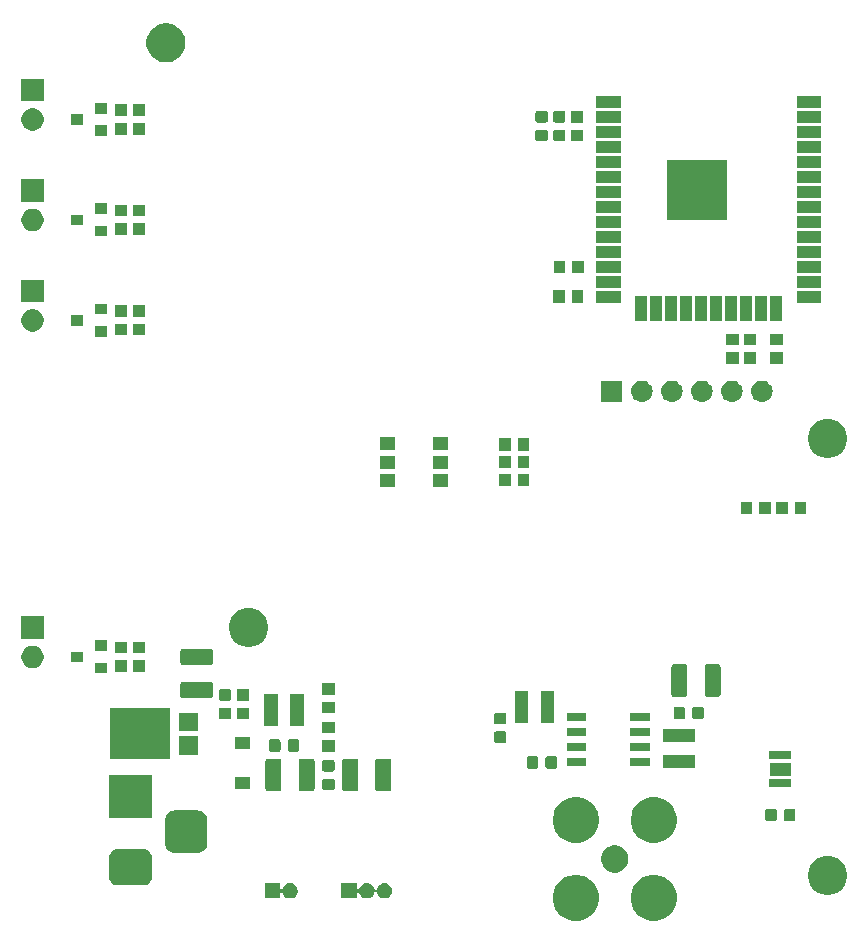
<source format=gbr>
G04 #@! TF.GenerationSoftware,KiCad,Pcbnew,5.0.2-bee76a0~70~ubuntu18.04.1*
G04 #@! TF.CreationDate,2019-07-19T10:36:36+02:00*
G04 #@! TF.ProjectId,SmartHydroponics,536d6172-7448-4796-9472-6f706f6e6963,rev?*
G04 #@! TF.SameCoordinates,Original*
G04 #@! TF.FileFunction,Soldermask,Top*
G04 #@! TF.FilePolarity,Negative*
%FSLAX46Y46*%
G04 Gerber Fmt 4.6, Leading zero omitted, Abs format (unit mm)*
G04 Created by KiCad (PCBNEW 5.0.2-bee76a0~70~ubuntu18.04.1) date Fri 19 Jul 2019 10:36:36 CEST*
%MOMM*%
%LPD*%
G01*
G04 APERTURE LIST*
%ADD10C,0.100000*%
G04 APERTURE END LIST*
D10*
G36*
X234269083Y-145023975D02*
X234269085Y-145023976D01*
X234269086Y-145023976D01*
X234624145Y-145171046D01*
X234925300Y-145372271D01*
X234943693Y-145384561D01*
X235215439Y-145656307D01*
X235215441Y-145656310D01*
X235428954Y-145975855D01*
X235555934Y-146282413D01*
X235576025Y-146330917D01*
X235639693Y-146651000D01*
X235651000Y-146707843D01*
X235651000Y-147092157D01*
X235576024Y-147469086D01*
X235428954Y-147824145D01*
X235428953Y-147824146D01*
X235215439Y-148143693D01*
X234943693Y-148415439D01*
X234943690Y-148415441D01*
X234624145Y-148628954D01*
X234269086Y-148776024D01*
X234269085Y-148776024D01*
X234269083Y-148776025D01*
X233892158Y-148851000D01*
X233507842Y-148851000D01*
X233130917Y-148776025D01*
X233130915Y-148776024D01*
X233130914Y-148776024D01*
X232775855Y-148628954D01*
X232456310Y-148415441D01*
X232456307Y-148415439D01*
X232184561Y-148143693D01*
X231971047Y-147824146D01*
X231971046Y-147824145D01*
X231823976Y-147469086D01*
X231749000Y-147092157D01*
X231749000Y-146707843D01*
X231760307Y-146651000D01*
X231823975Y-146330917D01*
X231844066Y-146282413D01*
X231971046Y-145975855D01*
X232184559Y-145656310D01*
X232184561Y-145656307D01*
X232456307Y-145384561D01*
X232474700Y-145372271D01*
X232775855Y-145171046D01*
X233130914Y-145023976D01*
X233130915Y-145023976D01*
X233130917Y-145023975D01*
X233507842Y-144949000D01*
X233892158Y-144949000D01*
X234269083Y-145023975D01*
X234269083Y-145023975D01*
G37*
G36*
X240869083Y-145023975D02*
X240869085Y-145023976D01*
X240869086Y-145023976D01*
X241224145Y-145171046D01*
X241525300Y-145372271D01*
X241543693Y-145384561D01*
X241815439Y-145656307D01*
X241815441Y-145656310D01*
X242028954Y-145975855D01*
X242155934Y-146282413D01*
X242176025Y-146330917D01*
X242239693Y-146651000D01*
X242251000Y-146707843D01*
X242251000Y-147092157D01*
X242176024Y-147469086D01*
X242028954Y-147824145D01*
X242028953Y-147824146D01*
X241815439Y-148143693D01*
X241543693Y-148415439D01*
X241543690Y-148415441D01*
X241224145Y-148628954D01*
X240869086Y-148776024D01*
X240869085Y-148776024D01*
X240869083Y-148776025D01*
X240492158Y-148851000D01*
X240107842Y-148851000D01*
X239730917Y-148776025D01*
X239730915Y-148776024D01*
X239730914Y-148776024D01*
X239375855Y-148628954D01*
X239056310Y-148415441D01*
X239056307Y-148415439D01*
X238784561Y-148143693D01*
X238571047Y-147824146D01*
X238571046Y-147824145D01*
X238423976Y-147469086D01*
X238349000Y-147092157D01*
X238349000Y-146707843D01*
X238360307Y-146651000D01*
X238423975Y-146330917D01*
X238444066Y-146282413D01*
X238571046Y-145975855D01*
X238784559Y-145656310D01*
X238784561Y-145656307D01*
X239056307Y-145384561D01*
X239074700Y-145372271D01*
X239375855Y-145171046D01*
X239730914Y-145023976D01*
X239730915Y-145023976D01*
X239730917Y-145023975D01*
X240107842Y-144949000D01*
X240492158Y-144949000D01*
X240869083Y-145023975D01*
X240869083Y-145023975D01*
G37*
G36*
X215151000Y-146020104D02*
X215153402Y-146044490D01*
X215160515Y-146067939D01*
X215172066Y-146089550D01*
X215187612Y-146108492D01*
X215206554Y-146124038D01*
X215228165Y-146135589D01*
X215251614Y-146142702D01*
X215276000Y-146145104D01*
X215300386Y-146142702D01*
X215323835Y-146135589D01*
X215345446Y-146124038D01*
X215364388Y-146108492D01*
X215379934Y-146089550D01*
X215391485Y-146067939D01*
X215423089Y-145991639D01*
X215494338Y-145885008D01*
X215585008Y-145794338D01*
X215691639Y-145723089D01*
X215810110Y-145674017D01*
X215935881Y-145649000D01*
X216064119Y-145649000D01*
X216189890Y-145674017D01*
X216308361Y-145723089D01*
X216414992Y-145794338D01*
X216505662Y-145885008D01*
X216576911Y-145991639D01*
X216625983Y-146110110D01*
X216627402Y-146117245D01*
X216634515Y-146140694D01*
X216646066Y-146162305D01*
X216661611Y-146181247D01*
X216680553Y-146196792D01*
X216702164Y-146208344D01*
X216725613Y-146215457D01*
X216749999Y-146217859D01*
X216774386Y-146215457D01*
X216797835Y-146208344D01*
X216819446Y-146196793D01*
X216838388Y-146181248D01*
X216853933Y-146162306D01*
X216865485Y-146140695D01*
X216872598Y-146117245D01*
X216874017Y-146110110D01*
X216923089Y-145991639D01*
X216994338Y-145885008D01*
X217085008Y-145794338D01*
X217191639Y-145723089D01*
X217310110Y-145674017D01*
X217435881Y-145649000D01*
X217564119Y-145649000D01*
X217689890Y-145674017D01*
X217808361Y-145723089D01*
X217914992Y-145794338D01*
X218005662Y-145885008D01*
X218076911Y-145991639D01*
X218125983Y-146110110D01*
X218151000Y-146235881D01*
X218151000Y-146364119D01*
X218125983Y-146489890D01*
X218076911Y-146608361D01*
X218005662Y-146714992D01*
X217914992Y-146805662D01*
X217808361Y-146876911D01*
X217689890Y-146925983D01*
X217564119Y-146951000D01*
X217435881Y-146951000D01*
X217310110Y-146925983D01*
X217191639Y-146876911D01*
X217085008Y-146805662D01*
X216994338Y-146714992D01*
X216923089Y-146608361D01*
X216874017Y-146489890D01*
X216872598Y-146482755D01*
X216865485Y-146459306D01*
X216853934Y-146437695D01*
X216838389Y-146418753D01*
X216819447Y-146403208D01*
X216797836Y-146391656D01*
X216774387Y-146384543D01*
X216750001Y-146382141D01*
X216725614Y-146384543D01*
X216702165Y-146391656D01*
X216680554Y-146403207D01*
X216661612Y-146418752D01*
X216646067Y-146437694D01*
X216634515Y-146459305D01*
X216627402Y-146482755D01*
X216625983Y-146489890D01*
X216576911Y-146608361D01*
X216505662Y-146714992D01*
X216414992Y-146805662D01*
X216308361Y-146876911D01*
X216189890Y-146925983D01*
X216064119Y-146951000D01*
X215935881Y-146951000D01*
X215810110Y-146925983D01*
X215691639Y-146876911D01*
X215585008Y-146805662D01*
X215494338Y-146714992D01*
X215423089Y-146608361D01*
X215391485Y-146532061D01*
X215379934Y-146510450D01*
X215364389Y-146491508D01*
X215345447Y-146475963D01*
X215323836Y-146464411D01*
X215300387Y-146457298D01*
X215276001Y-146454896D01*
X215251614Y-146457298D01*
X215228165Y-146464411D01*
X215206554Y-146475962D01*
X215187612Y-146491507D01*
X215172067Y-146510449D01*
X215160515Y-146532060D01*
X215153402Y-146555509D01*
X215151000Y-146579896D01*
X215151000Y-146951000D01*
X213849000Y-146951000D01*
X213849000Y-145649000D01*
X215151000Y-145649000D01*
X215151000Y-146020104D01*
X215151000Y-146020104D01*
G37*
G36*
X208651000Y-146020104D02*
X208653402Y-146044490D01*
X208660515Y-146067939D01*
X208672066Y-146089550D01*
X208687612Y-146108492D01*
X208706554Y-146124038D01*
X208728165Y-146135589D01*
X208751614Y-146142702D01*
X208776000Y-146145104D01*
X208800386Y-146142702D01*
X208823835Y-146135589D01*
X208845446Y-146124038D01*
X208864388Y-146108492D01*
X208879934Y-146089550D01*
X208891485Y-146067939D01*
X208923089Y-145991639D01*
X208994338Y-145885008D01*
X209085008Y-145794338D01*
X209191639Y-145723089D01*
X209310110Y-145674017D01*
X209435881Y-145649000D01*
X209564119Y-145649000D01*
X209689890Y-145674017D01*
X209808361Y-145723089D01*
X209914992Y-145794338D01*
X210005662Y-145885008D01*
X210076911Y-145991639D01*
X210125983Y-146110110D01*
X210151000Y-146235881D01*
X210151000Y-146364119D01*
X210125983Y-146489890D01*
X210076911Y-146608361D01*
X210005662Y-146714992D01*
X209914992Y-146805662D01*
X209808361Y-146876911D01*
X209689890Y-146925983D01*
X209564119Y-146951000D01*
X209435881Y-146951000D01*
X209310110Y-146925983D01*
X209191639Y-146876911D01*
X209085008Y-146805662D01*
X208994338Y-146714992D01*
X208923089Y-146608361D01*
X208891485Y-146532061D01*
X208879934Y-146510450D01*
X208864389Y-146491508D01*
X208845447Y-146475963D01*
X208823836Y-146464411D01*
X208800387Y-146457298D01*
X208776001Y-146454896D01*
X208751614Y-146457298D01*
X208728165Y-146464411D01*
X208706554Y-146475962D01*
X208687612Y-146491507D01*
X208672067Y-146510449D01*
X208660515Y-146532060D01*
X208653402Y-146555509D01*
X208651000Y-146579896D01*
X208651000Y-146951000D01*
X207349000Y-146951000D01*
X207349000Y-145649000D01*
X208651000Y-145649000D01*
X208651000Y-146020104D01*
X208651000Y-146020104D01*
G37*
G36*
X255375256Y-143391298D02*
X255481579Y-143412447D01*
X255782042Y-143536903D01*
X256046134Y-143713364D01*
X256052454Y-143717587D01*
X256282413Y-143947546D01*
X256282415Y-143947549D01*
X256463097Y-144217958D01*
X256587553Y-144518421D01*
X256651000Y-144837391D01*
X256651000Y-145162609D01*
X256587553Y-145481579D01*
X256463097Y-145782042D01*
X256394297Y-145885008D01*
X256282413Y-146052454D01*
X256052454Y-146282413D01*
X256052451Y-146282415D01*
X255782042Y-146463097D01*
X255782041Y-146463098D01*
X255782040Y-146463098D01*
X255717358Y-146489890D01*
X255481579Y-146587553D01*
X255376970Y-146608361D01*
X255162611Y-146651000D01*
X254837389Y-146651000D01*
X254623030Y-146608361D01*
X254518421Y-146587553D01*
X254282642Y-146489890D01*
X254217960Y-146463098D01*
X254217959Y-146463098D01*
X254217958Y-146463097D01*
X253947549Y-146282415D01*
X253947546Y-146282413D01*
X253717587Y-146052454D01*
X253605703Y-145885008D01*
X253536903Y-145782042D01*
X253412447Y-145481579D01*
X253349000Y-145162609D01*
X253349000Y-144837391D01*
X253412447Y-144518421D01*
X253536903Y-144217958D01*
X253717585Y-143947549D01*
X253717587Y-143947546D01*
X253947546Y-143717587D01*
X253953866Y-143713364D01*
X254217958Y-143536903D01*
X254518421Y-143412447D01*
X254624744Y-143391298D01*
X254837389Y-143349000D01*
X255162611Y-143349000D01*
X255375256Y-143391298D01*
X255375256Y-143391298D01*
G37*
G36*
X197226978Y-142763293D02*
X197360627Y-142803835D01*
X197483782Y-142869662D01*
X197591739Y-142958261D01*
X197680338Y-143066218D01*
X197746165Y-143189373D01*
X197786707Y-143323022D01*
X197801000Y-143468140D01*
X197801000Y-145131860D01*
X197786707Y-145276978D01*
X197746165Y-145410627D01*
X197680338Y-145533782D01*
X197591739Y-145641739D01*
X197483782Y-145730338D01*
X197360627Y-145796165D01*
X197226978Y-145836707D01*
X197081860Y-145851000D01*
X194918140Y-145851000D01*
X194773022Y-145836707D01*
X194639373Y-145796165D01*
X194516218Y-145730338D01*
X194408261Y-145641739D01*
X194319662Y-145533782D01*
X194253835Y-145410627D01*
X194213293Y-145276978D01*
X194199000Y-145131860D01*
X194199000Y-143468140D01*
X194213293Y-143323022D01*
X194253835Y-143189373D01*
X194319662Y-143066218D01*
X194408261Y-142958261D01*
X194516218Y-142869662D01*
X194639373Y-142803835D01*
X194773022Y-142763293D01*
X194918140Y-142749000D01*
X197081860Y-142749000D01*
X197226978Y-142763293D01*
X197226978Y-142763293D01*
G37*
G36*
X237335734Y-142493232D02*
X237545202Y-142579996D01*
X237733723Y-142705962D01*
X237894038Y-142866277D01*
X238020004Y-143054798D01*
X238106768Y-143264266D01*
X238151000Y-143486635D01*
X238151000Y-143713365D01*
X238106768Y-143935734D01*
X238020004Y-144145202D01*
X237894038Y-144333723D01*
X237733723Y-144494038D01*
X237545202Y-144620004D01*
X237335734Y-144706768D01*
X237113365Y-144751000D01*
X236886635Y-144751000D01*
X236664266Y-144706768D01*
X236454798Y-144620004D01*
X236266277Y-144494038D01*
X236105962Y-144333723D01*
X235979996Y-144145202D01*
X235893232Y-143935734D01*
X235849000Y-143713365D01*
X235849000Y-143486635D01*
X235893232Y-143264266D01*
X235979996Y-143054798D01*
X236105962Y-142866277D01*
X236266277Y-142705962D01*
X236454798Y-142579996D01*
X236664266Y-142493232D01*
X236886635Y-142449000D01*
X237113365Y-142449000D01*
X237335734Y-142493232D01*
X237335734Y-142493232D01*
G37*
G36*
X201826366Y-139515695D02*
X201983458Y-139563348D01*
X202128230Y-139640731D01*
X202255128Y-139744872D01*
X202359269Y-139871770D01*
X202436652Y-140016542D01*
X202484305Y-140173634D01*
X202501000Y-140343140D01*
X202501000Y-142256860D01*
X202484305Y-142426366D01*
X202436652Y-142583458D01*
X202359269Y-142728230D01*
X202255128Y-142855128D01*
X202128230Y-142959269D01*
X201983458Y-143036652D01*
X201826366Y-143084305D01*
X201656860Y-143101000D01*
X199743140Y-143101000D01*
X199573634Y-143084305D01*
X199416542Y-143036652D01*
X199271770Y-142959269D01*
X199144872Y-142855128D01*
X199040731Y-142728230D01*
X198963348Y-142583458D01*
X198915695Y-142426366D01*
X198899000Y-142256860D01*
X198899000Y-140343140D01*
X198915695Y-140173634D01*
X198963348Y-140016542D01*
X199040731Y-139871770D01*
X199144872Y-139744872D01*
X199271770Y-139640731D01*
X199416542Y-139563348D01*
X199573634Y-139515695D01*
X199743140Y-139499000D01*
X201656860Y-139499000D01*
X201826366Y-139515695D01*
X201826366Y-139515695D01*
G37*
G36*
X234269083Y-138423975D02*
X234269085Y-138423976D01*
X234269086Y-138423976D01*
X234624145Y-138571046D01*
X234624146Y-138571047D01*
X234943693Y-138784561D01*
X235215439Y-139056307D01*
X235215441Y-139056310D01*
X235428954Y-139375855D01*
X235538669Y-139640731D01*
X235576025Y-139730917D01*
X235582357Y-139762750D01*
X235651000Y-140107843D01*
X235651000Y-140492157D01*
X235576024Y-140869086D01*
X235428954Y-141224145D01*
X235428953Y-141224146D01*
X235215439Y-141543693D01*
X234943693Y-141815439D01*
X234943690Y-141815441D01*
X234624145Y-142028954D01*
X234269086Y-142176024D01*
X234269085Y-142176024D01*
X234269083Y-142176025D01*
X233892158Y-142251000D01*
X233507842Y-142251000D01*
X233130917Y-142176025D01*
X233130915Y-142176024D01*
X233130914Y-142176024D01*
X232775855Y-142028954D01*
X232456310Y-141815441D01*
X232456307Y-141815439D01*
X232184561Y-141543693D01*
X231971047Y-141224146D01*
X231971046Y-141224145D01*
X231823976Y-140869086D01*
X231749000Y-140492157D01*
X231749000Y-140107843D01*
X231817643Y-139762750D01*
X231823975Y-139730917D01*
X231861331Y-139640731D01*
X231971046Y-139375855D01*
X232184559Y-139056310D01*
X232184561Y-139056307D01*
X232456307Y-138784561D01*
X232775854Y-138571047D01*
X232775855Y-138571046D01*
X233130914Y-138423976D01*
X233130915Y-138423976D01*
X233130917Y-138423975D01*
X233507842Y-138349000D01*
X233892158Y-138349000D01*
X234269083Y-138423975D01*
X234269083Y-138423975D01*
G37*
G36*
X240869083Y-138423975D02*
X240869085Y-138423976D01*
X240869086Y-138423976D01*
X241224145Y-138571046D01*
X241224146Y-138571047D01*
X241543693Y-138784561D01*
X241815439Y-139056307D01*
X241815441Y-139056310D01*
X242028954Y-139375855D01*
X242138669Y-139640731D01*
X242176025Y-139730917D01*
X242182357Y-139762750D01*
X242251000Y-140107843D01*
X242251000Y-140492157D01*
X242176024Y-140869086D01*
X242028954Y-141224145D01*
X242028953Y-141224146D01*
X241815439Y-141543693D01*
X241543693Y-141815439D01*
X241543690Y-141815441D01*
X241224145Y-142028954D01*
X240869086Y-142176024D01*
X240869085Y-142176024D01*
X240869083Y-142176025D01*
X240492158Y-142251000D01*
X240107842Y-142251000D01*
X239730917Y-142176025D01*
X239730915Y-142176024D01*
X239730914Y-142176024D01*
X239375855Y-142028954D01*
X239056310Y-141815441D01*
X239056307Y-141815439D01*
X238784561Y-141543693D01*
X238571047Y-141224146D01*
X238571046Y-141224145D01*
X238423976Y-140869086D01*
X238349000Y-140492157D01*
X238349000Y-140107843D01*
X238417643Y-139762750D01*
X238423975Y-139730917D01*
X238461331Y-139640731D01*
X238571046Y-139375855D01*
X238784559Y-139056310D01*
X238784561Y-139056307D01*
X239056307Y-138784561D01*
X239375854Y-138571047D01*
X239375855Y-138571046D01*
X239730914Y-138423976D01*
X239730915Y-138423976D01*
X239730917Y-138423975D01*
X240107842Y-138349000D01*
X240492158Y-138349000D01*
X240869083Y-138423975D01*
X240869083Y-138423975D01*
G37*
G36*
X250576415Y-139380940D02*
X250610393Y-139391248D01*
X250641711Y-139407988D01*
X250669163Y-139430516D01*
X250691691Y-139457968D01*
X250708431Y-139489286D01*
X250718739Y-139523264D01*
X250722824Y-139564745D01*
X250722824Y-140240965D01*
X250718739Y-140282446D01*
X250708431Y-140316424D01*
X250691691Y-140347742D01*
X250669163Y-140375194D01*
X250641711Y-140397722D01*
X250610393Y-140414462D01*
X250576415Y-140424770D01*
X250534934Y-140428855D01*
X249933714Y-140428855D01*
X249892233Y-140424770D01*
X249858255Y-140414462D01*
X249826937Y-140397722D01*
X249799485Y-140375194D01*
X249776957Y-140347742D01*
X249760217Y-140316424D01*
X249749909Y-140282446D01*
X249745824Y-140240965D01*
X249745824Y-139564745D01*
X249749909Y-139523264D01*
X249760217Y-139489286D01*
X249776957Y-139457968D01*
X249799485Y-139430516D01*
X249826937Y-139407988D01*
X249858255Y-139391248D01*
X249892233Y-139380940D01*
X249933714Y-139376855D01*
X250534934Y-139376855D01*
X250576415Y-139380940D01*
X250576415Y-139380940D01*
G37*
G36*
X252151415Y-139380940D02*
X252185393Y-139391248D01*
X252216711Y-139407988D01*
X252244163Y-139430516D01*
X252266691Y-139457968D01*
X252283431Y-139489286D01*
X252293739Y-139523264D01*
X252297824Y-139564745D01*
X252297824Y-140240965D01*
X252293739Y-140282446D01*
X252283431Y-140316424D01*
X252266691Y-140347742D01*
X252244163Y-140375194D01*
X252216711Y-140397722D01*
X252185393Y-140414462D01*
X252151415Y-140424770D01*
X252109934Y-140428855D01*
X251508714Y-140428855D01*
X251467233Y-140424770D01*
X251433255Y-140414462D01*
X251401937Y-140397722D01*
X251374485Y-140375194D01*
X251351957Y-140347742D01*
X251335217Y-140316424D01*
X251324909Y-140282446D01*
X251320824Y-140240965D01*
X251320824Y-139564745D01*
X251324909Y-139523264D01*
X251335217Y-139489286D01*
X251351957Y-139457968D01*
X251374485Y-139430516D01*
X251401937Y-139407988D01*
X251433255Y-139391248D01*
X251467233Y-139380940D01*
X251508714Y-139376855D01*
X252109934Y-139376855D01*
X252151415Y-139380940D01*
X252151415Y-139380940D01*
G37*
G36*
X197801000Y-140101000D02*
X194199000Y-140101000D01*
X194199000Y-136499000D01*
X197801000Y-136499000D01*
X197801000Y-140101000D01*
X197801000Y-140101000D01*
G37*
G36*
X211418604Y-135128347D02*
X211455145Y-135139432D01*
X211488820Y-135157431D01*
X211518341Y-135181659D01*
X211542569Y-135211180D01*
X211560568Y-135244855D01*
X211571653Y-135281396D01*
X211576000Y-135325538D01*
X211576000Y-137674462D01*
X211571653Y-137718604D01*
X211560568Y-137755145D01*
X211542569Y-137788820D01*
X211518341Y-137818341D01*
X211488820Y-137842569D01*
X211455145Y-137860568D01*
X211418604Y-137871653D01*
X211374462Y-137876000D01*
X210425538Y-137876000D01*
X210381396Y-137871653D01*
X210344855Y-137860568D01*
X210311180Y-137842569D01*
X210281659Y-137818341D01*
X210257431Y-137788820D01*
X210239432Y-137755145D01*
X210228347Y-137718604D01*
X210224000Y-137674462D01*
X210224000Y-135325538D01*
X210228347Y-135281396D01*
X210239432Y-135244855D01*
X210257431Y-135211180D01*
X210281659Y-135181659D01*
X210311180Y-135157431D01*
X210344855Y-135139432D01*
X210381396Y-135128347D01*
X210425538Y-135124000D01*
X211374462Y-135124000D01*
X211418604Y-135128347D01*
X211418604Y-135128347D01*
G37*
G36*
X217918604Y-135128347D02*
X217955145Y-135139432D01*
X217988820Y-135157431D01*
X218018341Y-135181659D01*
X218042569Y-135211180D01*
X218060568Y-135244855D01*
X218071653Y-135281396D01*
X218076000Y-135325538D01*
X218076000Y-137674462D01*
X218071653Y-137718604D01*
X218060568Y-137755145D01*
X218042569Y-137788820D01*
X218018341Y-137818341D01*
X217988820Y-137842569D01*
X217955145Y-137860568D01*
X217918604Y-137871653D01*
X217874462Y-137876000D01*
X216925538Y-137876000D01*
X216881396Y-137871653D01*
X216844855Y-137860568D01*
X216811180Y-137842569D01*
X216781659Y-137818341D01*
X216757431Y-137788820D01*
X216739432Y-137755145D01*
X216728347Y-137718604D01*
X216724000Y-137674462D01*
X216724000Y-135325538D01*
X216728347Y-135281396D01*
X216739432Y-135244855D01*
X216757431Y-135211180D01*
X216781659Y-135181659D01*
X216811180Y-135157431D01*
X216844855Y-135139432D01*
X216881396Y-135128347D01*
X216925538Y-135124000D01*
X217874462Y-135124000D01*
X217918604Y-135128347D01*
X217918604Y-135128347D01*
G37*
G36*
X215118604Y-135128347D02*
X215155145Y-135139432D01*
X215188820Y-135157431D01*
X215218341Y-135181659D01*
X215242569Y-135211180D01*
X215260568Y-135244855D01*
X215271653Y-135281396D01*
X215276000Y-135325538D01*
X215276000Y-137674462D01*
X215271653Y-137718604D01*
X215260568Y-137755145D01*
X215242569Y-137788820D01*
X215218341Y-137818341D01*
X215188820Y-137842569D01*
X215155145Y-137860568D01*
X215118604Y-137871653D01*
X215074462Y-137876000D01*
X214125538Y-137876000D01*
X214081396Y-137871653D01*
X214044855Y-137860568D01*
X214011180Y-137842569D01*
X213981659Y-137818341D01*
X213957431Y-137788820D01*
X213939432Y-137755145D01*
X213928347Y-137718604D01*
X213924000Y-137674462D01*
X213924000Y-135325538D01*
X213928347Y-135281396D01*
X213939432Y-135244855D01*
X213957431Y-135211180D01*
X213981659Y-135181659D01*
X214011180Y-135157431D01*
X214044855Y-135139432D01*
X214081396Y-135128347D01*
X214125538Y-135124000D01*
X215074462Y-135124000D01*
X215118604Y-135128347D01*
X215118604Y-135128347D01*
G37*
G36*
X208618604Y-135128347D02*
X208655145Y-135139432D01*
X208688820Y-135157431D01*
X208718341Y-135181659D01*
X208742569Y-135211180D01*
X208760568Y-135244855D01*
X208771653Y-135281396D01*
X208776000Y-135325538D01*
X208776000Y-137674462D01*
X208771653Y-137718604D01*
X208760568Y-137755145D01*
X208742569Y-137788820D01*
X208718341Y-137818341D01*
X208688820Y-137842569D01*
X208655145Y-137860568D01*
X208618604Y-137871653D01*
X208574462Y-137876000D01*
X207625538Y-137876000D01*
X207581396Y-137871653D01*
X207544855Y-137860568D01*
X207511180Y-137842569D01*
X207481659Y-137818341D01*
X207457431Y-137788820D01*
X207439432Y-137755145D01*
X207428347Y-137718604D01*
X207424000Y-137674462D01*
X207424000Y-135325538D01*
X207428347Y-135281396D01*
X207439432Y-135244855D01*
X207457431Y-135211180D01*
X207481659Y-135181659D01*
X207511180Y-135157431D01*
X207544855Y-135139432D01*
X207581396Y-135128347D01*
X207625538Y-135124000D01*
X208574462Y-135124000D01*
X208618604Y-135128347D01*
X208618604Y-135128347D01*
G37*
G36*
X213129591Y-136803085D02*
X213163569Y-136813393D01*
X213194887Y-136830133D01*
X213222339Y-136852661D01*
X213244867Y-136880113D01*
X213261607Y-136911431D01*
X213271915Y-136945409D01*
X213276000Y-136986890D01*
X213276000Y-137588110D01*
X213271915Y-137629591D01*
X213261607Y-137663569D01*
X213244867Y-137694887D01*
X213222339Y-137722339D01*
X213194887Y-137744867D01*
X213163569Y-137761607D01*
X213129591Y-137771915D01*
X213088110Y-137776000D01*
X212411890Y-137776000D01*
X212370409Y-137771915D01*
X212336431Y-137761607D01*
X212305113Y-137744867D01*
X212277661Y-137722339D01*
X212255133Y-137694887D01*
X212238393Y-137663569D01*
X212228085Y-137629591D01*
X212224000Y-137588110D01*
X212224000Y-136986890D01*
X212228085Y-136945409D01*
X212238393Y-136911431D01*
X212255133Y-136880113D01*
X212277661Y-136852661D01*
X212305113Y-136830133D01*
X212336431Y-136813393D01*
X212370409Y-136803085D01*
X212411890Y-136799000D01*
X213088110Y-136799000D01*
X213129591Y-136803085D01*
X213129591Y-136803085D01*
G37*
G36*
X206151000Y-137701000D02*
X204849000Y-137701000D01*
X204849000Y-136699000D01*
X206151000Y-136699000D01*
X206151000Y-137701000D01*
X206151000Y-137701000D01*
G37*
G36*
X251947824Y-137553855D02*
X250095824Y-137553855D01*
X250095824Y-136851855D01*
X251947824Y-136851855D01*
X251947824Y-137553855D01*
X251947824Y-137553855D01*
G37*
G36*
X251922824Y-136553855D02*
X250120824Y-136553855D01*
X250120824Y-135451855D01*
X251922824Y-135451855D01*
X251922824Y-136553855D01*
X251922824Y-136553855D01*
G37*
G36*
X213129591Y-135228085D02*
X213163569Y-135238393D01*
X213194887Y-135255133D01*
X213222339Y-135277661D01*
X213244867Y-135305113D01*
X213261607Y-135336431D01*
X213271915Y-135370409D01*
X213276000Y-135411890D01*
X213276000Y-136013110D01*
X213271915Y-136054591D01*
X213261607Y-136088569D01*
X213244867Y-136119887D01*
X213222339Y-136147339D01*
X213194887Y-136169867D01*
X213163569Y-136186607D01*
X213129591Y-136196915D01*
X213088110Y-136201000D01*
X212411890Y-136201000D01*
X212370409Y-136196915D01*
X212336431Y-136186607D01*
X212305113Y-136169867D01*
X212277661Y-136147339D01*
X212255133Y-136119887D01*
X212238393Y-136088569D01*
X212228085Y-136054591D01*
X212224000Y-136013110D01*
X212224000Y-135411890D01*
X212228085Y-135370409D01*
X212238393Y-135336431D01*
X212255133Y-135305113D01*
X212277661Y-135277661D01*
X212305113Y-135255133D01*
X212336431Y-135238393D01*
X212370409Y-135228085D01*
X212411890Y-135224000D01*
X213088110Y-135224000D01*
X213129591Y-135228085D01*
X213129591Y-135228085D01*
G37*
G36*
X231954591Y-134903085D02*
X231988569Y-134913393D01*
X232019887Y-134930133D01*
X232047339Y-134952661D01*
X232069867Y-134980113D01*
X232086607Y-135011431D01*
X232096915Y-135045409D01*
X232101000Y-135086890D01*
X232101000Y-135763110D01*
X232096915Y-135804591D01*
X232086607Y-135838569D01*
X232069867Y-135869887D01*
X232047339Y-135897339D01*
X232019887Y-135919867D01*
X231988569Y-135936607D01*
X231954591Y-135946915D01*
X231913110Y-135951000D01*
X231311890Y-135951000D01*
X231270409Y-135946915D01*
X231236431Y-135936607D01*
X231205113Y-135919867D01*
X231177661Y-135897339D01*
X231155133Y-135869887D01*
X231138393Y-135838569D01*
X231128085Y-135804591D01*
X231124000Y-135763110D01*
X231124000Y-135086890D01*
X231128085Y-135045409D01*
X231138393Y-135011431D01*
X231155133Y-134980113D01*
X231177661Y-134952661D01*
X231205113Y-134930133D01*
X231236431Y-134913393D01*
X231270409Y-134903085D01*
X231311890Y-134899000D01*
X231913110Y-134899000D01*
X231954591Y-134903085D01*
X231954591Y-134903085D01*
G37*
G36*
X230379591Y-134903085D02*
X230413569Y-134913393D01*
X230444887Y-134930133D01*
X230472339Y-134952661D01*
X230494867Y-134980113D01*
X230511607Y-135011431D01*
X230521915Y-135045409D01*
X230526000Y-135086890D01*
X230526000Y-135763110D01*
X230521915Y-135804591D01*
X230511607Y-135838569D01*
X230494867Y-135869887D01*
X230472339Y-135897339D01*
X230444887Y-135919867D01*
X230413569Y-135936607D01*
X230379591Y-135946915D01*
X230338110Y-135951000D01*
X229736890Y-135951000D01*
X229695409Y-135946915D01*
X229661431Y-135936607D01*
X229630113Y-135919867D01*
X229602661Y-135897339D01*
X229580133Y-135869887D01*
X229563393Y-135838569D01*
X229553085Y-135804591D01*
X229549000Y-135763110D01*
X229549000Y-135086890D01*
X229553085Y-135045409D01*
X229563393Y-135011431D01*
X229580133Y-134980113D01*
X229602661Y-134952661D01*
X229630113Y-134930133D01*
X229661431Y-134913393D01*
X229695409Y-134903085D01*
X229736890Y-134899000D01*
X230338110Y-134899000D01*
X230379591Y-134903085D01*
X230379591Y-134903085D01*
G37*
G36*
X243776000Y-135931000D02*
X241124000Y-135931000D01*
X241124000Y-134769000D01*
X243776000Y-134769000D01*
X243776000Y-135931000D01*
X243776000Y-135931000D01*
G37*
G36*
X234576000Y-135756000D02*
X232924000Y-135756000D01*
X232924000Y-135054000D01*
X234576000Y-135054000D01*
X234576000Y-135756000D01*
X234576000Y-135756000D01*
G37*
G36*
X239976000Y-135756000D02*
X238324000Y-135756000D01*
X238324000Y-135054000D01*
X239976000Y-135054000D01*
X239976000Y-135756000D01*
X239976000Y-135756000D01*
G37*
G36*
X251947824Y-135153855D02*
X250095824Y-135153855D01*
X250095824Y-134451855D01*
X251947824Y-134451855D01*
X251947824Y-135153855D01*
X251947824Y-135153855D01*
G37*
G36*
X199351000Y-135151000D02*
X194249000Y-135151000D01*
X194249000Y-130849000D01*
X199351000Y-130849000D01*
X199351000Y-135151000D01*
X199351000Y-135151000D01*
G37*
G36*
X201676000Y-134776000D02*
X200124000Y-134776000D01*
X200124000Y-133224000D01*
X201676000Y-133224000D01*
X201676000Y-134776000D01*
X201676000Y-134776000D01*
G37*
G36*
X213276000Y-134526000D02*
X212224000Y-134526000D01*
X212224000Y-133549000D01*
X213276000Y-133549000D01*
X213276000Y-134526000D01*
X213276000Y-134526000D01*
G37*
G36*
X208554591Y-133478085D02*
X208588569Y-133488393D01*
X208619887Y-133505133D01*
X208647339Y-133527661D01*
X208669867Y-133555113D01*
X208686607Y-133586431D01*
X208696915Y-133620409D01*
X208701000Y-133661890D01*
X208701000Y-134338110D01*
X208696915Y-134379591D01*
X208686607Y-134413569D01*
X208669867Y-134444887D01*
X208647339Y-134472339D01*
X208619887Y-134494867D01*
X208588569Y-134511607D01*
X208554591Y-134521915D01*
X208513110Y-134526000D01*
X207911890Y-134526000D01*
X207870409Y-134521915D01*
X207836431Y-134511607D01*
X207805113Y-134494867D01*
X207777661Y-134472339D01*
X207755133Y-134444887D01*
X207738393Y-134413569D01*
X207728085Y-134379591D01*
X207724000Y-134338110D01*
X207724000Y-133661890D01*
X207728085Y-133620409D01*
X207738393Y-133586431D01*
X207755133Y-133555113D01*
X207777661Y-133527661D01*
X207805113Y-133505133D01*
X207836431Y-133488393D01*
X207870409Y-133478085D01*
X207911890Y-133474000D01*
X208513110Y-133474000D01*
X208554591Y-133478085D01*
X208554591Y-133478085D01*
G37*
G36*
X210129591Y-133478085D02*
X210163569Y-133488393D01*
X210194887Y-133505133D01*
X210222339Y-133527661D01*
X210244867Y-133555113D01*
X210261607Y-133586431D01*
X210271915Y-133620409D01*
X210276000Y-133661890D01*
X210276000Y-134338110D01*
X210271915Y-134379591D01*
X210261607Y-134413569D01*
X210244867Y-134444887D01*
X210222339Y-134472339D01*
X210194887Y-134494867D01*
X210163569Y-134511607D01*
X210129591Y-134521915D01*
X210088110Y-134526000D01*
X209486890Y-134526000D01*
X209445409Y-134521915D01*
X209411431Y-134511607D01*
X209380113Y-134494867D01*
X209352661Y-134472339D01*
X209330133Y-134444887D01*
X209313393Y-134413569D01*
X209303085Y-134379591D01*
X209299000Y-134338110D01*
X209299000Y-133661890D01*
X209303085Y-133620409D01*
X209313393Y-133586431D01*
X209330133Y-133555113D01*
X209352661Y-133527661D01*
X209380113Y-133505133D01*
X209411431Y-133488393D01*
X209445409Y-133478085D01*
X209486890Y-133474000D01*
X210088110Y-133474000D01*
X210129591Y-133478085D01*
X210129591Y-133478085D01*
G37*
G36*
X234576000Y-134486000D02*
X232924000Y-134486000D01*
X232924000Y-133784000D01*
X234576000Y-133784000D01*
X234576000Y-134486000D01*
X234576000Y-134486000D01*
G37*
G36*
X239976000Y-134486000D02*
X238324000Y-134486000D01*
X238324000Y-133784000D01*
X239976000Y-133784000D01*
X239976000Y-134486000D01*
X239976000Y-134486000D01*
G37*
G36*
X206151000Y-134301000D02*
X204849000Y-134301000D01*
X204849000Y-133299000D01*
X206151000Y-133299000D01*
X206151000Y-134301000D01*
X206151000Y-134301000D01*
G37*
G36*
X227679591Y-132803085D02*
X227713569Y-132813393D01*
X227744887Y-132830133D01*
X227772339Y-132852661D01*
X227794867Y-132880113D01*
X227811607Y-132911431D01*
X227821915Y-132945409D01*
X227826000Y-132986890D01*
X227826000Y-133588110D01*
X227821915Y-133629591D01*
X227811607Y-133663569D01*
X227794867Y-133694887D01*
X227772339Y-133722339D01*
X227744887Y-133744867D01*
X227713569Y-133761607D01*
X227679591Y-133771915D01*
X227638110Y-133776000D01*
X226961890Y-133776000D01*
X226920409Y-133771915D01*
X226886431Y-133761607D01*
X226855113Y-133744867D01*
X226827661Y-133722339D01*
X226805133Y-133694887D01*
X226788393Y-133663569D01*
X226778085Y-133629591D01*
X226774000Y-133588110D01*
X226774000Y-132986890D01*
X226778085Y-132945409D01*
X226788393Y-132911431D01*
X226805133Y-132880113D01*
X226827661Y-132852661D01*
X226855113Y-132830133D01*
X226886431Y-132813393D01*
X226920409Y-132803085D01*
X226961890Y-132799000D01*
X227638110Y-132799000D01*
X227679591Y-132803085D01*
X227679591Y-132803085D01*
G37*
G36*
X243776000Y-133731000D02*
X241124000Y-133731000D01*
X241124000Y-132569000D01*
X243776000Y-132569000D01*
X243776000Y-133731000D01*
X243776000Y-133731000D01*
G37*
G36*
X239976000Y-133216000D02*
X238324000Y-133216000D01*
X238324000Y-132514000D01*
X239976000Y-132514000D01*
X239976000Y-133216000D01*
X239976000Y-133216000D01*
G37*
G36*
X234576000Y-133216000D02*
X232924000Y-133216000D01*
X232924000Y-132514000D01*
X234576000Y-132514000D01*
X234576000Y-133216000D01*
X234576000Y-133216000D01*
G37*
G36*
X213276000Y-132951000D02*
X212224000Y-132951000D01*
X212224000Y-131974000D01*
X213276000Y-131974000D01*
X213276000Y-132951000D01*
X213276000Y-132951000D01*
G37*
G36*
X201676000Y-132776000D02*
X200124000Y-132776000D01*
X200124000Y-131224000D01*
X201676000Y-131224000D01*
X201676000Y-132776000D01*
X201676000Y-132776000D01*
G37*
G36*
X210681000Y-132326000D02*
X209519000Y-132326000D01*
X209519000Y-129674000D01*
X210681000Y-129674000D01*
X210681000Y-132326000D01*
X210681000Y-132326000D01*
G37*
G36*
X208481000Y-132326000D02*
X207319000Y-132326000D01*
X207319000Y-129674000D01*
X208481000Y-129674000D01*
X208481000Y-132326000D01*
X208481000Y-132326000D01*
G37*
G36*
X227679591Y-131228085D02*
X227713569Y-131238393D01*
X227744887Y-131255133D01*
X227772339Y-131277661D01*
X227794867Y-131305113D01*
X227811607Y-131336431D01*
X227821915Y-131370409D01*
X227826000Y-131411890D01*
X227826000Y-132013110D01*
X227821915Y-132054591D01*
X227811607Y-132088569D01*
X227794867Y-132119887D01*
X227772339Y-132147339D01*
X227744887Y-132169867D01*
X227713569Y-132186607D01*
X227679591Y-132196915D01*
X227638110Y-132201000D01*
X226961890Y-132201000D01*
X226920409Y-132196915D01*
X226886431Y-132186607D01*
X226855113Y-132169867D01*
X226827661Y-132147339D01*
X226805133Y-132119887D01*
X226788393Y-132088569D01*
X226778085Y-132054591D01*
X226774000Y-132013110D01*
X226774000Y-131411890D01*
X226778085Y-131370409D01*
X226788393Y-131336431D01*
X226805133Y-131305113D01*
X226827661Y-131277661D01*
X226855113Y-131255133D01*
X226886431Y-131238393D01*
X226920409Y-131228085D01*
X226961890Y-131224000D01*
X227638110Y-131224000D01*
X227679591Y-131228085D01*
X227679591Y-131228085D01*
G37*
G36*
X229681000Y-132076000D02*
X228519000Y-132076000D01*
X228519000Y-129424000D01*
X229681000Y-129424000D01*
X229681000Y-132076000D01*
X229681000Y-132076000D01*
G37*
G36*
X231881000Y-132076000D02*
X230719000Y-132076000D01*
X230719000Y-129424000D01*
X231881000Y-129424000D01*
X231881000Y-132076000D01*
X231881000Y-132076000D01*
G37*
G36*
X239976000Y-131946000D02*
X238324000Y-131946000D01*
X238324000Y-131244000D01*
X239976000Y-131244000D01*
X239976000Y-131946000D01*
X239976000Y-131946000D01*
G37*
G36*
X234576000Y-131946000D02*
X232924000Y-131946000D01*
X232924000Y-131244000D01*
X234576000Y-131244000D01*
X234576000Y-131946000D01*
X234576000Y-131946000D01*
G37*
G36*
X244379591Y-130728085D02*
X244413569Y-130738393D01*
X244444887Y-130755133D01*
X244472339Y-130777661D01*
X244494867Y-130805113D01*
X244511607Y-130836431D01*
X244521915Y-130870409D01*
X244526000Y-130911890D01*
X244526000Y-131588110D01*
X244521915Y-131629591D01*
X244511607Y-131663569D01*
X244494867Y-131694887D01*
X244472339Y-131722339D01*
X244444887Y-131744867D01*
X244413569Y-131761607D01*
X244379591Y-131771915D01*
X244338110Y-131776000D01*
X243736890Y-131776000D01*
X243695409Y-131771915D01*
X243661431Y-131761607D01*
X243630113Y-131744867D01*
X243602661Y-131722339D01*
X243580133Y-131694887D01*
X243563393Y-131663569D01*
X243553085Y-131629591D01*
X243549000Y-131588110D01*
X243549000Y-130911890D01*
X243553085Y-130870409D01*
X243563393Y-130836431D01*
X243580133Y-130805113D01*
X243602661Y-130777661D01*
X243630113Y-130755133D01*
X243661431Y-130738393D01*
X243695409Y-130728085D01*
X243736890Y-130724000D01*
X244338110Y-130724000D01*
X244379591Y-130728085D01*
X244379591Y-130728085D01*
G37*
G36*
X242804591Y-130728085D02*
X242838569Y-130738393D01*
X242869887Y-130755133D01*
X242897339Y-130777661D01*
X242919867Y-130805113D01*
X242936607Y-130836431D01*
X242946915Y-130870409D01*
X242951000Y-130911890D01*
X242951000Y-131588110D01*
X242946915Y-131629591D01*
X242936607Y-131663569D01*
X242919867Y-131694887D01*
X242897339Y-131722339D01*
X242869887Y-131744867D01*
X242838569Y-131761607D01*
X242804591Y-131771915D01*
X242763110Y-131776000D01*
X242161890Y-131776000D01*
X242120409Y-131771915D01*
X242086431Y-131761607D01*
X242055113Y-131744867D01*
X242027661Y-131722339D01*
X242005133Y-131694887D01*
X241988393Y-131663569D01*
X241978085Y-131629591D01*
X241974000Y-131588110D01*
X241974000Y-130911890D01*
X241978085Y-130870409D01*
X241988393Y-130836431D01*
X242005133Y-130805113D01*
X242027661Y-130777661D01*
X242055113Y-130755133D01*
X242086431Y-130738393D01*
X242120409Y-130728085D01*
X242161890Y-130724000D01*
X242763110Y-130724000D01*
X242804591Y-130728085D01*
X242804591Y-130728085D01*
G37*
G36*
X206026000Y-131776000D02*
X204974000Y-131776000D01*
X204974000Y-130799000D01*
X206026000Y-130799000D01*
X206026000Y-131776000D01*
X206026000Y-131776000D01*
G37*
G36*
X204379591Y-130803085D02*
X204413569Y-130813393D01*
X204444887Y-130830133D01*
X204472339Y-130852661D01*
X204494867Y-130880113D01*
X204511607Y-130911431D01*
X204521915Y-130945409D01*
X204526000Y-130986890D01*
X204526000Y-131588110D01*
X204521915Y-131629591D01*
X204511607Y-131663569D01*
X204494867Y-131694887D01*
X204472339Y-131722339D01*
X204444887Y-131744867D01*
X204413569Y-131761607D01*
X204379591Y-131771915D01*
X204338110Y-131776000D01*
X203661890Y-131776000D01*
X203620409Y-131771915D01*
X203586431Y-131761607D01*
X203555113Y-131744867D01*
X203527661Y-131722339D01*
X203505133Y-131694887D01*
X203488393Y-131663569D01*
X203478085Y-131629591D01*
X203474000Y-131588110D01*
X203474000Y-130986890D01*
X203478085Y-130945409D01*
X203488393Y-130911431D01*
X203505133Y-130880113D01*
X203527661Y-130852661D01*
X203555113Y-130830133D01*
X203586431Y-130813393D01*
X203620409Y-130803085D01*
X203661890Y-130799000D01*
X204338110Y-130799000D01*
X204379591Y-130803085D01*
X204379591Y-130803085D01*
G37*
G36*
X213276000Y-131276000D02*
X212224000Y-131276000D01*
X212224000Y-130299000D01*
X213276000Y-130299000D01*
X213276000Y-131276000D01*
X213276000Y-131276000D01*
G37*
G36*
X206026000Y-130201000D02*
X204974000Y-130201000D01*
X204974000Y-129224000D01*
X206026000Y-129224000D01*
X206026000Y-130201000D01*
X206026000Y-130201000D01*
G37*
G36*
X204379591Y-129228085D02*
X204413569Y-129238393D01*
X204444887Y-129255133D01*
X204472339Y-129277661D01*
X204494867Y-129305113D01*
X204511607Y-129336431D01*
X204521915Y-129370409D01*
X204526000Y-129411890D01*
X204526000Y-130013110D01*
X204521915Y-130054591D01*
X204511607Y-130088569D01*
X204494867Y-130119887D01*
X204472339Y-130147339D01*
X204444887Y-130169867D01*
X204413569Y-130186607D01*
X204379591Y-130196915D01*
X204338110Y-130201000D01*
X203661890Y-130201000D01*
X203620409Y-130196915D01*
X203586431Y-130186607D01*
X203555113Y-130169867D01*
X203527661Y-130147339D01*
X203505133Y-130119887D01*
X203488393Y-130088569D01*
X203478085Y-130054591D01*
X203474000Y-130013110D01*
X203474000Y-129411890D01*
X203478085Y-129370409D01*
X203488393Y-129336431D01*
X203505133Y-129305113D01*
X203527661Y-129277661D01*
X203555113Y-129255133D01*
X203586431Y-129238393D01*
X203620409Y-129228085D01*
X203661890Y-129224000D01*
X204338110Y-129224000D01*
X204379591Y-129228085D01*
X204379591Y-129228085D01*
G37*
G36*
X202818604Y-128628347D02*
X202855145Y-128639432D01*
X202888820Y-128657431D01*
X202918341Y-128681659D01*
X202942569Y-128711180D01*
X202960568Y-128744855D01*
X202971653Y-128781396D01*
X202976000Y-128825538D01*
X202976000Y-129774462D01*
X202971653Y-129818604D01*
X202960568Y-129855145D01*
X202942569Y-129888820D01*
X202918341Y-129918341D01*
X202888820Y-129942569D01*
X202855145Y-129960568D01*
X202818604Y-129971653D01*
X202774462Y-129976000D01*
X200425538Y-129976000D01*
X200381396Y-129971653D01*
X200344855Y-129960568D01*
X200311180Y-129942569D01*
X200281659Y-129918341D01*
X200257431Y-129888820D01*
X200239432Y-129855145D01*
X200228347Y-129818604D01*
X200224000Y-129774462D01*
X200224000Y-128825538D01*
X200228347Y-128781396D01*
X200239432Y-128744855D01*
X200257431Y-128711180D01*
X200281659Y-128681659D01*
X200311180Y-128657431D01*
X200344855Y-128639432D01*
X200381396Y-128628347D01*
X200425538Y-128624000D01*
X202774462Y-128624000D01*
X202818604Y-128628347D01*
X202818604Y-128628347D01*
G37*
G36*
X242993604Y-127128347D02*
X243030145Y-127139432D01*
X243063820Y-127157431D01*
X243093341Y-127181659D01*
X243117569Y-127211180D01*
X243135568Y-127244855D01*
X243146653Y-127281396D01*
X243151000Y-127325538D01*
X243151000Y-129674462D01*
X243146653Y-129718604D01*
X243135568Y-129755145D01*
X243117569Y-129788820D01*
X243093341Y-129818341D01*
X243063820Y-129842569D01*
X243030145Y-129860568D01*
X242993604Y-129871653D01*
X242949462Y-129876000D01*
X242000538Y-129876000D01*
X241956396Y-129871653D01*
X241919855Y-129860568D01*
X241886180Y-129842569D01*
X241856659Y-129818341D01*
X241832431Y-129788820D01*
X241814432Y-129755145D01*
X241803347Y-129718604D01*
X241799000Y-129674462D01*
X241799000Y-127325538D01*
X241803347Y-127281396D01*
X241814432Y-127244855D01*
X241832431Y-127211180D01*
X241856659Y-127181659D01*
X241886180Y-127157431D01*
X241919855Y-127139432D01*
X241956396Y-127128347D01*
X242000538Y-127124000D01*
X242949462Y-127124000D01*
X242993604Y-127128347D01*
X242993604Y-127128347D01*
G37*
G36*
X245793604Y-127128347D02*
X245830145Y-127139432D01*
X245863820Y-127157431D01*
X245893341Y-127181659D01*
X245917569Y-127211180D01*
X245935568Y-127244855D01*
X245946653Y-127281396D01*
X245951000Y-127325538D01*
X245951000Y-129674462D01*
X245946653Y-129718604D01*
X245935568Y-129755145D01*
X245917569Y-129788820D01*
X245893341Y-129818341D01*
X245863820Y-129842569D01*
X245830145Y-129860568D01*
X245793604Y-129871653D01*
X245749462Y-129876000D01*
X244800538Y-129876000D01*
X244756396Y-129871653D01*
X244719855Y-129860568D01*
X244686180Y-129842569D01*
X244656659Y-129818341D01*
X244632431Y-129788820D01*
X244614432Y-129755145D01*
X244603347Y-129718604D01*
X244599000Y-129674462D01*
X244599000Y-127325538D01*
X244603347Y-127281396D01*
X244614432Y-127244855D01*
X244632431Y-127211180D01*
X244656659Y-127181659D01*
X244686180Y-127157431D01*
X244719855Y-127139432D01*
X244756396Y-127128347D01*
X244800538Y-127124000D01*
X245749462Y-127124000D01*
X245793604Y-127128347D01*
X245793604Y-127128347D01*
G37*
G36*
X213276000Y-129701000D02*
X212224000Y-129701000D01*
X212224000Y-128724000D01*
X213276000Y-128724000D01*
X213276000Y-129701000D01*
X213276000Y-129701000D01*
G37*
G36*
X194001000Y-127901000D02*
X192999000Y-127901000D01*
X192999000Y-126999000D01*
X194001000Y-126999000D01*
X194001000Y-127901000D01*
X194001000Y-127901000D01*
G37*
G36*
X197226000Y-127776000D02*
X196174000Y-127776000D01*
X196174000Y-126799000D01*
X197226000Y-126799000D01*
X197226000Y-127776000D01*
X197226000Y-127776000D01*
G37*
G36*
X195726000Y-127776000D02*
X194674000Y-127776000D01*
X194674000Y-126799000D01*
X195726000Y-126799000D01*
X195726000Y-127776000D01*
X195726000Y-127776000D01*
G37*
G36*
X187977396Y-125585546D02*
X188150466Y-125657234D01*
X188306230Y-125761312D01*
X188438688Y-125893770D01*
X188542766Y-126049534D01*
X188614454Y-126222604D01*
X188651000Y-126406333D01*
X188651000Y-126593667D01*
X188614454Y-126777396D01*
X188542766Y-126950466D01*
X188438688Y-127106230D01*
X188306230Y-127238688D01*
X188150466Y-127342766D01*
X187977396Y-127414454D01*
X187793667Y-127451000D01*
X187606333Y-127451000D01*
X187422604Y-127414454D01*
X187249534Y-127342766D01*
X187093770Y-127238688D01*
X186961312Y-127106230D01*
X186857234Y-126950466D01*
X186785546Y-126777396D01*
X186749000Y-126593667D01*
X186749000Y-126406333D01*
X186785546Y-126222604D01*
X186857234Y-126049534D01*
X186961312Y-125893770D01*
X187093770Y-125761312D01*
X187249534Y-125657234D01*
X187422604Y-125585546D01*
X187606333Y-125549000D01*
X187793667Y-125549000D01*
X187977396Y-125585546D01*
X187977396Y-125585546D01*
G37*
G36*
X202818604Y-125828347D02*
X202855145Y-125839432D01*
X202888820Y-125857431D01*
X202918341Y-125881659D01*
X202942569Y-125911180D01*
X202960568Y-125944855D01*
X202971653Y-125981396D01*
X202976000Y-126025538D01*
X202976000Y-126974462D01*
X202971653Y-127018604D01*
X202960568Y-127055145D01*
X202942569Y-127088820D01*
X202918341Y-127118341D01*
X202888820Y-127142569D01*
X202855145Y-127160568D01*
X202818604Y-127171653D01*
X202774462Y-127176000D01*
X200425538Y-127176000D01*
X200381396Y-127171653D01*
X200344855Y-127160568D01*
X200311180Y-127142569D01*
X200281659Y-127118341D01*
X200257431Y-127088820D01*
X200239432Y-127055145D01*
X200228347Y-127018604D01*
X200224000Y-126974462D01*
X200224000Y-126025538D01*
X200228347Y-125981396D01*
X200239432Y-125944855D01*
X200257431Y-125911180D01*
X200281659Y-125881659D01*
X200311180Y-125857431D01*
X200344855Y-125839432D01*
X200381396Y-125828347D01*
X200425538Y-125824000D01*
X202774462Y-125824000D01*
X202818604Y-125828347D01*
X202818604Y-125828347D01*
G37*
G36*
X192001000Y-126951000D02*
X190999000Y-126951000D01*
X190999000Y-126049000D01*
X192001000Y-126049000D01*
X192001000Y-126951000D01*
X192001000Y-126951000D01*
G37*
G36*
X195726000Y-126201000D02*
X194674000Y-126201000D01*
X194674000Y-125224000D01*
X195726000Y-125224000D01*
X195726000Y-126201000D01*
X195726000Y-126201000D01*
G37*
G36*
X197226000Y-126201000D02*
X196174000Y-126201000D01*
X196174000Y-125224000D01*
X197226000Y-125224000D01*
X197226000Y-126201000D01*
X197226000Y-126201000D01*
G37*
G36*
X194001000Y-126001000D02*
X192999000Y-126001000D01*
X192999000Y-125099000D01*
X194001000Y-125099000D01*
X194001000Y-126001000D01*
X194001000Y-126001000D01*
G37*
G36*
X206375256Y-122391298D02*
X206481579Y-122412447D01*
X206782042Y-122536903D01*
X207048852Y-122715180D01*
X207052454Y-122717587D01*
X207282413Y-122947546D01*
X207282415Y-122947549D01*
X207463097Y-123217958D01*
X207587553Y-123518421D01*
X207651000Y-123837391D01*
X207651000Y-124162609D01*
X207587553Y-124481579D01*
X207463097Y-124782042D01*
X207284820Y-125048852D01*
X207282413Y-125052454D01*
X207052454Y-125282413D01*
X207052451Y-125282415D01*
X206782042Y-125463097D01*
X206481579Y-125587553D01*
X206375256Y-125608702D01*
X206162611Y-125651000D01*
X205837389Y-125651000D01*
X205624744Y-125608702D01*
X205518421Y-125587553D01*
X205217958Y-125463097D01*
X204947549Y-125282415D01*
X204947546Y-125282413D01*
X204717587Y-125052454D01*
X204715180Y-125048852D01*
X204536903Y-124782042D01*
X204412447Y-124481579D01*
X204349000Y-124162609D01*
X204349000Y-123837391D01*
X204412447Y-123518421D01*
X204536903Y-123217958D01*
X204717585Y-122947549D01*
X204717587Y-122947546D01*
X204947546Y-122717587D01*
X204951148Y-122715180D01*
X205217958Y-122536903D01*
X205518421Y-122412447D01*
X205624744Y-122391298D01*
X205837389Y-122349000D01*
X206162611Y-122349000D01*
X206375256Y-122391298D01*
X206375256Y-122391298D01*
G37*
G36*
X188651000Y-124951000D02*
X186749000Y-124951000D01*
X186749000Y-123049000D01*
X188651000Y-123049000D01*
X188651000Y-124951000D01*
X188651000Y-124951000D01*
G37*
G36*
X253226000Y-114426000D02*
X252249000Y-114426000D01*
X252249000Y-113374000D01*
X253226000Y-113374000D01*
X253226000Y-114426000D01*
X253226000Y-114426000D01*
G37*
G36*
X251651000Y-114426000D02*
X250674000Y-114426000D01*
X250674000Y-113374000D01*
X251651000Y-113374000D01*
X251651000Y-114426000D01*
X251651000Y-114426000D01*
G37*
G36*
X250226000Y-114426000D02*
X249249000Y-114426000D01*
X249249000Y-113374000D01*
X250226000Y-113374000D01*
X250226000Y-114426000D01*
X250226000Y-114426000D01*
G37*
G36*
X248651000Y-114426000D02*
X247674000Y-114426000D01*
X247674000Y-113374000D01*
X248651000Y-113374000D01*
X248651000Y-114426000D01*
X248651000Y-114426000D01*
G37*
G36*
X218401000Y-112151000D02*
X217099000Y-112151000D01*
X217099000Y-111049000D01*
X218401000Y-111049000D01*
X218401000Y-112151000D01*
X218401000Y-112151000D01*
G37*
G36*
X222901000Y-112151000D02*
X221599000Y-112151000D01*
X221599000Y-111049000D01*
X222901000Y-111049000D01*
X222901000Y-112151000D01*
X222901000Y-112151000D01*
G37*
G36*
X229776000Y-112026000D02*
X228799000Y-112026000D01*
X228799000Y-110974000D01*
X229776000Y-110974000D01*
X229776000Y-112026000D01*
X229776000Y-112026000D01*
G37*
G36*
X228201000Y-112026000D02*
X227224000Y-112026000D01*
X227224000Y-110974000D01*
X228201000Y-110974000D01*
X228201000Y-112026000D01*
X228201000Y-112026000D01*
G37*
G36*
X222901000Y-110551000D02*
X221599000Y-110551000D01*
X221599000Y-109449000D01*
X222901000Y-109449000D01*
X222901000Y-110551000D01*
X222901000Y-110551000D01*
G37*
G36*
X218401000Y-110551000D02*
X217099000Y-110551000D01*
X217099000Y-109449000D01*
X218401000Y-109449000D01*
X218401000Y-110551000D01*
X218401000Y-110551000D01*
G37*
G36*
X229776000Y-110526000D02*
X228799000Y-110526000D01*
X228799000Y-109474000D01*
X229776000Y-109474000D01*
X229776000Y-110526000D01*
X229776000Y-110526000D01*
G37*
G36*
X228201000Y-110526000D02*
X227224000Y-110526000D01*
X227224000Y-109474000D01*
X228201000Y-109474000D01*
X228201000Y-110526000D01*
X228201000Y-110526000D01*
G37*
G36*
X255375256Y-106391298D02*
X255481579Y-106412447D01*
X255782042Y-106536903D01*
X256048852Y-106715180D01*
X256052454Y-106717587D01*
X256282413Y-106947546D01*
X256282415Y-106947549D01*
X256463097Y-107217958D01*
X256587553Y-107518421D01*
X256651000Y-107837391D01*
X256651000Y-108162609D01*
X256587553Y-108481579D01*
X256463097Y-108782042D01*
X256300089Y-109026000D01*
X256282413Y-109052454D01*
X256052454Y-109282413D01*
X256052451Y-109282415D01*
X255782042Y-109463097D01*
X255481579Y-109587553D01*
X255375256Y-109608702D01*
X255162611Y-109651000D01*
X254837389Y-109651000D01*
X254624744Y-109608702D01*
X254518421Y-109587553D01*
X254217958Y-109463097D01*
X253947549Y-109282415D01*
X253947546Y-109282413D01*
X253717587Y-109052454D01*
X253699911Y-109026000D01*
X253536903Y-108782042D01*
X253412447Y-108481579D01*
X253349000Y-108162609D01*
X253349000Y-107837391D01*
X253412447Y-107518421D01*
X253536903Y-107217958D01*
X253717585Y-106947549D01*
X253717587Y-106947546D01*
X253947546Y-106717587D01*
X253951148Y-106715180D01*
X254217958Y-106536903D01*
X254518421Y-106412447D01*
X254624744Y-106391298D01*
X254837389Y-106349000D01*
X255162611Y-106349000D01*
X255375256Y-106391298D01*
X255375256Y-106391298D01*
G37*
G36*
X228201000Y-109026000D02*
X227224000Y-109026000D01*
X227224000Y-107974000D01*
X228201000Y-107974000D01*
X228201000Y-109026000D01*
X228201000Y-109026000D01*
G37*
G36*
X229776000Y-109026000D02*
X228799000Y-109026000D01*
X228799000Y-107974000D01*
X229776000Y-107974000D01*
X229776000Y-109026000D01*
X229776000Y-109026000D01*
G37*
G36*
X222901000Y-108951000D02*
X221599000Y-108951000D01*
X221599000Y-107849000D01*
X222901000Y-107849000D01*
X222901000Y-108951000D01*
X222901000Y-108951000D01*
G37*
G36*
X218401000Y-108951000D02*
X217099000Y-108951000D01*
X217099000Y-107849000D01*
X218401000Y-107849000D01*
X218401000Y-108951000D01*
X218401000Y-108951000D01*
G37*
G36*
X249560442Y-103105518D02*
X249626627Y-103112037D01*
X249739853Y-103146384D01*
X249796467Y-103163557D01*
X249935087Y-103237652D01*
X249952991Y-103247222D01*
X249988729Y-103276552D01*
X250090186Y-103359814D01*
X250173448Y-103461271D01*
X250202778Y-103497009D01*
X250202779Y-103497011D01*
X250286443Y-103653533D01*
X250286443Y-103653534D01*
X250337963Y-103823373D01*
X250355359Y-104000000D01*
X250337963Y-104176627D01*
X250303616Y-104289853D01*
X250286443Y-104346467D01*
X250212348Y-104485087D01*
X250202778Y-104502991D01*
X250173448Y-104538729D01*
X250090186Y-104640186D01*
X249988729Y-104723448D01*
X249952991Y-104752778D01*
X249952989Y-104752779D01*
X249796467Y-104836443D01*
X249739853Y-104853616D01*
X249626627Y-104887963D01*
X249560442Y-104894482D01*
X249494260Y-104901000D01*
X249405740Y-104901000D01*
X249339558Y-104894482D01*
X249273373Y-104887963D01*
X249160147Y-104853616D01*
X249103533Y-104836443D01*
X248947011Y-104752779D01*
X248947009Y-104752778D01*
X248911271Y-104723448D01*
X248809814Y-104640186D01*
X248726552Y-104538729D01*
X248697222Y-104502991D01*
X248687652Y-104485087D01*
X248613557Y-104346467D01*
X248596384Y-104289853D01*
X248562037Y-104176627D01*
X248544641Y-104000000D01*
X248562037Y-103823373D01*
X248613557Y-103653534D01*
X248613557Y-103653533D01*
X248697221Y-103497011D01*
X248697222Y-103497009D01*
X248726552Y-103461271D01*
X248809814Y-103359814D01*
X248911271Y-103276552D01*
X248947009Y-103247222D01*
X248964913Y-103237652D01*
X249103533Y-103163557D01*
X249160147Y-103146384D01*
X249273373Y-103112037D01*
X249339558Y-103105518D01*
X249405740Y-103099000D01*
X249494260Y-103099000D01*
X249560442Y-103105518D01*
X249560442Y-103105518D01*
G37*
G36*
X237651000Y-104901000D02*
X235849000Y-104901000D01*
X235849000Y-103099000D01*
X237651000Y-103099000D01*
X237651000Y-104901000D01*
X237651000Y-104901000D01*
G37*
G36*
X241940442Y-103105518D02*
X242006627Y-103112037D01*
X242119853Y-103146384D01*
X242176467Y-103163557D01*
X242315087Y-103237652D01*
X242332991Y-103247222D01*
X242368729Y-103276552D01*
X242470186Y-103359814D01*
X242553448Y-103461271D01*
X242582778Y-103497009D01*
X242582779Y-103497011D01*
X242666443Y-103653533D01*
X242666443Y-103653534D01*
X242717963Y-103823373D01*
X242735359Y-104000000D01*
X242717963Y-104176627D01*
X242683616Y-104289853D01*
X242666443Y-104346467D01*
X242592348Y-104485087D01*
X242582778Y-104502991D01*
X242553448Y-104538729D01*
X242470186Y-104640186D01*
X242368729Y-104723448D01*
X242332991Y-104752778D01*
X242332989Y-104752779D01*
X242176467Y-104836443D01*
X242119853Y-104853616D01*
X242006627Y-104887963D01*
X241940442Y-104894482D01*
X241874260Y-104901000D01*
X241785740Y-104901000D01*
X241719558Y-104894482D01*
X241653373Y-104887963D01*
X241540147Y-104853616D01*
X241483533Y-104836443D01*
X241327011Y-104752779D01*
X241327009Y-104752778D01*
X241291271Y-104723448D01*
X241189814Y-104640186D01*
X241106552Y-104538729D01*
X241077222Y-104502991D01*
X241067652Y-104485087D01*
X240993557Y-104346467D01*
X240976384Y-104289853D01*
X240942037Y-104176627D01*
X240924641Y-104000000D01*
X240942037Y-103823373D01*
X240993557Y-103653534D01*
X240993557Y-103653533D01*
X241077221Y-103497011D01*
X241077222Y-103497009D01*
X241106552Y-103461271D01*
X241189814Y-103359814D01*
X241291271Y-103276552D01*
X241327009Y-103247222D01*
X241344913Y-103237652D01*
X241483533Y-103163557D01*
X241540147Y-103146384D01*
X241653373Y-103112037D01*
X241719558Y-103105518D01*
X241785740Y-103099000D01*
X241874260Y-103099000D01*
X241940442Y-103105518D01*
X241940442Y-103105518D01*
G37*
G36*
X244480442Y-103105518D02*
X244546627Y-103112037D01*
X244659853Y-103146384D01*
X244716467Y-103163557D01*
X244855087Y-103237652D01*
X244872991Y-103247222D01*
X244908729Y-103276552D01*
X245010186Y-103359814D01*
X245093448Y-103461271D01*
X245122778Y-103497009D01*
X245122779Y-103497011D01*
X245206443Y-103653533D01*
X245206443Y-103653534D01*
X245257963Y-103823373D01*
X245275359Y-104000000D01*
X245257963Y-104176627D01*
X245223616Y-104289853D01*
X245206443Y-104346467D01*
X245132348Y-104485087D01*
X245122778Y-104502991D01*
X245093448Y-104538729D01*
X245010186Y-104640186D01*
X244908729Y-104723448D01*
X244872991Y-104752778D01*
X244872989Y-104752779D01*
X244716467Y-104836443D01*
X244659853Y-104853616D01*
X244546627Y-104887963D01*
X244480442Y-104894482D01*
X244414260Y-104901000D01*
X244325740Y-104901000D01*
X244259558Y-104894482D01*
X244193373Y-104887963D01*
X244080147Y-104853616D01*
X244023533Y-104836443D01*
X243867011Y-104752779D01*
X243867009Y-104752778D01*
X243831271Y-104723448D01*
X243729814Y-104640186D01*
X243646552Y-104538729D01*
X243617222Y-104502991D01*
X243607652Y-104485087D01*
X243533557Y-104346467D01*
X243516384Y-104289853D01*
X243482037Y-104176627D01*
X243464641Y-104000000D01*
X243482037Y-103823373D01*
X243533557Y-103653534D01*
X243533557Y-103653533D01*
X243617221Y-103497011D01*
X243617222Y-103497009D01*
X243646552Y-103461271D01*
X243729814Y-103359814D01*
X243831271Y-103276552D01*
X243867009Y-103247222D01*
X243884913Y-103237652D01*
X244023533Y-103163557D01*
X244080147Y-103146384D01*
X244193373Y-103112037D01*
X244259558Y-103105518D01*
X244325740Y-103099000D01*
X244414260Y-103099000D01*
X244480442Y-103105518D01*
X244480442Y-103105518D01*
G37*
G36*
X247020442Y-103105518D02*
X247086627Y-103112037D01*
X247199853Y-103146384D01*
X247256467Y-103163557D01*
X247395087Y-103237652D01*
X247412991Y-103247222D01*
X247448729Y-103276552D01*
X247550186Y-103359814D01*
X247633448Y-103461271D01*
X247662778Y-103497009D01*
X247662779Y-103497011D01*
X247746443Y-103653533D01*
X247746443Y-103653534D01*
X247797963Y-103823373D01*
X247815359Y-104000000D01*
X247797963Y-104176627D01*
X247763616Y-104289853D01*
X247746443Y-104346467D01*
X247672348Y-104485087D01*
X247662778Y-104502991D01*
X247633448Y-104538729D01*
X247550186Y-104640186D01*
X247448729Y-104723448D01*
X247412991Y-104752778D01*
X247412989Y-104752779D01*
X247256467Y-104836443D01*
X247199853Y-104853616D01*
X247086627Y-104887963D01*
X247020442Y-104894482D01*
X246954260Y-104901000D01*
X246865740Y-104901000D01*
X246799558Y-104894482D01*
X246733373Y-104887963D01*
X246620147Y-104853616D01*
X246563533Y-104836443D01*
X246407011Y-104752779D01*
X246407009Y-104752778D01*
X246371271Y-104723448D01*
X246269814Y-104640186D01*
X246186552Y-104538729D01*
X246157222Y-104502991D01*
X246147652Y-104485087D01*
X246073557Y-104346467D01*
X246056384Y-104289853D01*
X246022037Y-104176627D01*
X246004641Y-104000000D01*
X246022037Y-103823373D01*
X246073557Y-103653534D01*
X246073557Y-103653533D01*
X246157221Y-103497011D01*
X246157222Y-103497009D01*
X246186552Y-103461271D01*
X246269814Y-103359814D01*
X246371271Y-103276552D01*
X246407009Y-103247222D01*
X246424913Y-103237652D01*
X246563533Y-103163557D01*
X246620147Y-103146384D01*
X246733373Y-103112037D01*
X246799558Y-103105518D01*
X246865740Y-103099000D01*
X246954260Y-103099000D01*
X247020442Y-103105518D01*
X247020442Y-103105518D01*
G37*
G36*
X239400442Y-103105518D02*
X239466627Y-103112037D01*
X239579853Y-103146384D01*
X239636467Y-103163557D01*
X239775087Y-103237652D01*
X239792991Y-103247222D01*
X239828729Y-103276552D01*
X239930186Y-103359814D01*
X240013448Y-103461271D01*
X240042778Y-103497009D01*
X240042779Y-103497011D01*
X240126443Y-103653533D01*
X240126443Y-103653534D01*
X240177963Y-103823373D01*
X240195359Y-104000000D01*
X240177963Y-104176627D01*
X240143616Y-104289853D01*
X240126443Y-104346467D01*
X240052348Y-104485087D01*
X240042778Y-104502991D01*
X240013448Y-104538729D01*
X239930186Y-104640186D01*
X239828729Y-104723448D01*
X239792991Y-104752778D01*
X239792989Y-104752779D01*
X239636467Y-104836443D01*
X239579853Y-104853616D01*
X239466627Y-104887963D01*
X239400442Y-104894482D01*
X239334260Y-104901000D01*
X239245740Y-104901000D01*
X239179558Y-104894482D01*
X239113373Y-104887963D01*
X239000147Y-104853616D01*
X238943533Y-104836443D01*
X238787011Y-104752779D01*
X238787009Y-104752778D01*
X238751271Y-104723448D01*
X238649814Y-104640186D01*
X238566552Y-104538729D01*
X238537222Y-104502991D01*
X238527652Y-104485087D01*
X238453557Y-104346467D01*
X238436384Y-104289853D01*
X238402037Y-104176627D01*
X238384641Y-104000000D01*
X238402037Y-103823373D01*
X238453557Y-103653534D01*
X238453557Y-103653533D01*
X238537221Y-103497011D01*
X238537222Y-103497009D01*
X238566552Y-103461271D01*
X238649814Y-103359814D01*
X238751271Y-103276552D01*
X238787009Y-103247222D01*
X238804913Y-103237652D01*
X238943533Y-103163557D01*
X239000147Y-103146384D01*
X239113373Y-103112037D01*
X239179558Y-103105518D01*
X239245740Y-103099000D01*
X239334260Y-103099000D01*
X239400442Y-103105518D01*
X239400442Y-103105518D01*
G37*
G36*
X248976000Y-101676000D02*
X247924000Y-101676000D01*
X247924000Y-100699000D01*
X248976000Y-100699000D01*
X248976000Y-101676000D01*
X248976000Y-101676000D01*
G37*
G36*
X251201000Y-101676000D02*
X250149000Y-101676000D01*
X250149000Y-100699000D01*
X251201000Y-100699000D01*
X251201000Y-101676000D01*
X251201000Y-101676000D01*
G37*
G36*
X247476000Y-101676000D02*
X246424000Y-101676000D01*
X246424000Y-100699000D01*
X247476000Y-100699000D01*
X247476000Y-101676000D01*
X247476000Y-101676000D01*
G37*
G36*
X247476000Y-100101000D02*
X246424000Y-100101000D01*
X246424000Y-99124000D01*
X247476000Y-99124000D01*
X247476000Y-100101000D01*
X247476000Y-100101000D01*
G37*
G36*
X248976000Y-100101000D02*
X247924000Y-100101000D01*
X247924000Y-99124000D01*
X248976000Y-99124000D01*
X248976000Y-100101000D01*
X248976000Y-100101000D01*
G37*
G36*
X251201000Y-100101000D02*
X250149000Y-100101000D01*
X250149000Y-99124000D01*
X251201000Y-99124000D01*
X251201000Y-100101000D01*
X251201000Y-100101000D01*
G37*
G36*
X194001000Y-99401000D02*
X192999000Y-99401000D01*
X192999000Y-98499000D01*
X194001000Y-98499000D01*
X194001000Y-99401000D01*
X194001000Y-99401000D01*
G37*
G36*
X195726000Y-99276000D02*
X194674000Y-99276000D01*
X194674000Y-98299000D01*
X195726000Y-98299000D01*
X195726000Y-99276000D01*
X195726000Y-99276000D01*
G37*
G36*
X197226000Y-99276000D02*
X196174000Y-99276000D01*
X196174000Y-98299000D01*
X197226000Y-98299000D01*
X197226000Y-99276000D01*
X197226000Y-99276000D01*
G37*
G36*
X187977396Y-97085546D02*
X188150466Y-97157234D01*
X188306230Y-97261312D01*
X188438688Y-97393770D01*
X188542766Y-97549534D01*
X188614454Y-97722604D01*
X188651000Y-97906333D01*
X188651000Y-98093667D01*
X188614454Y-98277396D01*
X188542766Y-98450466D01*
X188438688Y-98606230D01*
X188306230Y-98738688D01*
X188150466Y-98842766D01*
X187977396Y-98914454D01*
X187793667Y-98951000D01*
X187606333Y-98951000D01*
X187422604Y-98914454D01*
X187249534Y-98842766D01*
X187093770Y-98738688D01*
X186961312Y-98606230D01*
X186857234Y-98450466D01*
X186785546Y-98277396D01*
X186749000Y-98093667D01*
X186749000Y-97906333D01*
X186785546Y-97722604D01*
X186857234Y-97549534D01*
X186961312Y-97393770D01*
X187093770Y-97261312D01*
X187249534Y-97157234D01*
X187422604Y-97085546D01*
X187606333Y-97049000D01*
X187793667Y-97049000D01*
X187977396Y-97085546D01*
X187977396Y-97085546D01*
G37*
G36*
X192001000Y-98451000D02*
X190999000Y-98451000D01*
X190999000Y-97549000D01*
X192001000Y-97549000D01*
X192001000Y-98451000D01*
X192001000Y-98451000D01*
G37*
G36*
X248621000Y-98056000D02*
X247619000Y-98056000D01*
X247619000Y-95954000D01*
X248621000Y-95954000D01*
X248621000Y-98056000D01*
X248621000Y-98056000D01*
G37*
G36*
X247351000Y-98056000D02*
X246349000Y-98056000D01*
X246349000Y-95954000D01*
X247351000Y-95954000D01*
X247351000Y-98056000D01*
X247351000Y-98056000D01*
G37*
G36*
X249891000Y-98056000D02*
X248889000Y-98056000D01*
X248889000Y-95954000D01*
X249891000Y-95954000D01*
X249891000Y-98056000D01*
X249891000Y-98056000D01*
G37*
G36*
X251161000Y-98056000D02*
X250159000Y-98056000D01*
X250159000Y-95954000D01*
X251161000Y-95954000D01*
X251161000Y-98056000D01*
X251161000Y-98056000D01*
G37*
G36*
X242271000Y-98056000D02*
X241269000Y-98056000D01*
X241269000Y-95954000D01*
X242271000Y-95954000D01*
X242271000Y-98056000D01*
X242271000Y-98056000D01*
G37*
G36*
X241001000Y-98056000D02*
X239999000Y-98056000D01*
X239999000Y-95954000D01*
X241001000Y-95954000D01*
X241001000Y-98056000D01*
X241001000Y-98056000D01*
G37*
G36*
X239731000Y-98056000D02*
X238729000Y-98056000D01*
X238729000Y-95954000D01*
X239731000Y-95954000D01*
X239731000Y-98056000D01*
X239731000Y-98056000D01*
G37*
G36*
X244811000Y-98056000D02*
X243809000Y-98056000D01*
X243809000Y-95954000D01*
X244811000Y-95954000D01*
X244811000Y-98056000D01*
X244811000Y-98056000D01*
G37*
G36*
X243541000Y-98056000D02*
X242539000Y-98056000D01*
X242539000Y-95954000D01*
X243541000Y-95954000D01*
X243541000Y-98056000D01*
X243541000Y-98056000D01*
G37*
G36*
X246081000Y-98056000D02*
X245079000Y-98056000D01*
X245079000Y-95954000D01*
X246081000Y-95954000D01*
X246081000Y-98056000D01*
X246081000Y-98056000D01*
G37*
G36*
X197226000Y-97701000D02*
X196174000Y-97701000D01*
X196174000Y-96724000D01*
X197226000Y-96724000D01*
X197226000Y-97701000D01*
X197226000Y-97701000D01*
G37*
G36*
X195726000Y-97701000D02*
X194674000Y-97701000D01*
X194674000Y-96724000D01*
X195726000Y-96724000D01*
X195726000Y-97701000D01*
X195726000Y-97701000D01*
G37*
G36*
X194001000Y-97501000D02*
X192999000Y-97501000D01*
X192999000Y-96599000D01*
X194001000Y-96599000D01*
X194001000Y-97501000D01*
X194001000Y-97501000D01*
G37*
G36*
X232751000Y-96526000D02*
X231774000Y-96526000D01*
X231774000Y-95474000D01*
X232751000Y-95474000D01*
X232751000Y-96526000D01*
X232751000Y-96526000D01*
G37*
G36*
X234326000Y-96526000D02*
X233349000Y-96526000D01*
X233349000Y-95474000D01*
X234326000Y-95474000D01*
X234326000Y-96526000D01*
X234326000Y-96526000D01*
G37*
G36*
X237496000Y-96506000D02*
X235394000Y-96506000D01*
X235394000Y-95504000D01*
X237496000Y-95504000D01*
X237496000Y-96506000D01*
X237496000Y-96506000D01*
G37*
G36*
X254496000Y-96506000D02*
X252394000Y-96506000D01*
X252394000Y-95504000D01*
X254496000Y-95504000D01*
X254496000Y-96506000D01*
X254496000Y-96506000D01*
G37*
G36*
X188651000Y-96451000D02*
X186749000Y-96451000D01*
X186749000Y-94549000D01*
X188651000Y-94549000D01*
X188651000Y-96451000D01*
X188651000Y-96451000D01*
G37*
G36*
X237496000Y-95236000D02*
X235394000Y-95236000D01*
X235394000Y-94234000D01*
X237496000Y-94234000D01*
X237496000Y-95236000D01*
X237496000Y-95236000D01*
G37*
G36*
X254496000Y-95236000D02*
X252394000Y-95236000D01*
X252394000Y-94234000D01*
X254496000Y-94234000D01*
X254496000Y-95236000D01*
X254496000Y-95236000D01*
G37*
G36*
X234376000Y-94026000D02*
X233399000Y-94026000D01*
X233399000Y-92974000D01*
X234376000Y-92974000D01*
X234376000Y-94026000D01*
X234376000Y-94026000D01*
G37*
G36*
X232801000Y-94026000D02*
X231824000Y-94026000D01*
X231824000Y-92974000D01*
X232801000Y-92974000D01*
X232801000Y-94026000D01*
X232801000Y-94026000D01*
G37*
G36*
X254496000Y-93966000D02*
X252394000Y-93966000D01*
X252394000Y-92964000D01*
X254496000Y-92964000D01*
X254496000Y-93966000D01*
X254496000Y-93966000D01*
G37*
G36*
X237496000Y-93966000D02*
X235394000Y-93966000D01*
X235394000Y-92964000D01*
X237496000Y-92964000D01*
X237496000Y-93966000D01*
X237496000Y-93966000D01*
G37*
G36*
X237496000Y-92696000D02*
X235394000Y-92696000D01*
X235394000Y-91694000D01*
X237496000Y-91694000D01*
X237496000Y-92696000D01*
X237496000Y-92696000D01*
G37*
G36*
X254496000Y-92696000D02*
X252394000Y-92696000D01*
X252394000Y-91694000D01*
X254496000Y-91694000D01*
X254496000Y-92696000D01*
X254496000Y-92696000D01*
G37*
G36*
X254496000Y-91426000D02*
X252394000Y-91426000D01*
X252394000Y-90424000D01*
X254496000Y-90424000D01*
X254496000Y-91426000D01*
X254496000Y-91426000D01*
G37*
G36*
X237496000Y-91426000D02*
X235394000Y-91426000D01*
X235394000Y-90424000D01*
X237496000Y-90424000D01*
X237496000Y-91426000D01*
X237496000Y-91426000D01*
G37*
G36*
X194001000Y-90901000D02*
X192999000Y-90901000D01*
X192999000Y-89999000D01*
X194001000Y-89999000D01*
X194001000Y-90901000D01*
X194001000Y-90901000D01*
G37*
G36*
X195726000Y-90776000D02*
X194674000Y-90776000D01*
X194674000Y-89799000D01*
X195726000Y-89799000D01*
X195726000Y-90776000D01*
X195726000Y-90776000D01*
G37*
G36*
X197226000Y-90776000D02*
X196174000Y-90776000D01*
X196174000Y-89799000D01*
X197226000Y-89799000D01*
X197226000Y-90776000D01*
X197226000Y-90776000D01*
G37*
G36*
X187977396Y-88585546D02*
X188150466Y-88657234D01*
X188306230Y-88761312D01*
X188438688Y-88893770D01*
X188542766Y-89049534D01*
X188614454Y-89222604D01*
X188651000Y-89406333D01*
X188651000Y-89593667D01*
X188614454Y-89777396D01*
X188542766Y-89950466D01*
X188438688Y-90106230D01*
X188306230Y-90238688D01*
X188150466Y-90342766D01*
X187977396Y-90414454D01*
X187793667Y-90451000D01*
X187606333Y-90451000D01*
X187422604Y-90414454D01*
X187249534Y-90342766D01*
X187093770Y-90238688D01*
X186961312Y-90106230D01*
X186857234Y-89950466D01*
X186785546Y-89777396D01*
X186749000Y-89593667D01*
X186749000Y-89406333D01*
X186785546Y-89222604D01*
X186857234Y-89049534D01*
X186961312Y-88893770D01*
X187093770Y-88761312D01*
X187249534Y-88657234D01*
X187422604Y-88585546D01*
X187606333Y-88549000D01*
X187793667Y-88549000D01*
X187977396Y-88585546D01*
X187977396Y-88585546D01*
G37*
G36*
X237496000Y-90156000D02*
X235394000Y-90156000D01*
X235394000Y-89154000D01*
X237496000Y-89154000D01*
X237496000Y-90156000D01*
X237496000Y-90156000D01*
G37*
G36*
X254496000Y-90156000D02*
X252394000Y-90156000D01*
X252394000Y-89154000D01*
X254496000Y-89154000D01*
X254496000Y-90156000D01*
X254496000Y-90156000D01*
G37*
G36*
X192001000Y-89951000D02*
X190999000Y-89951000D01*
X190999000Y-89049000D01*
X192001000Y-89049000D01*
X192001000Y-89951000D01*
X192001000Y-89951000D01*
G37*
G36*
X246481000Y-89531000D02*
X241379000Y-89531000D01*
X241379000Y-84429000D01*
X246481000Y-84429000D01*
X246481000Y-89531000D01*
X246481000Y-89531000D01*
G37*
G36*
X195726000Y-89201000D02*
X194674000Y-89201000D01*
X194674000Y-88224000D01*
X195726000Y-88224000D01*
X195726000Y-89201000D01*
X195726000Y-89201000D01*
G37*
G36*
X197226000Y-89201000D02*
X196174000Y-89201000D01*
X196174000Y-88224000D01*
X197226000Y-88224000D01*
X197226000Y-89201000D01*
X197226000Y-89201000D01*
G37*
G36*
X194001000Y-89001000D02*
X192999000Y-89001000D01*
X192999000Y-88099000D01*
X194001000Y-88099000D01*
X194001000Y-89001000D01*
X194001000Y-89001000D01*
G37*
G36*
X254496000Y-88886000D02*
X252394000Y-88886000D01*
X252394000Y-87884000D01*
X254496000Y-87884000D01*
X254496000Y-88886000D01*
X254496000Y-88886000D01*
G37*
G36*
X237496000Y-88886000D02*
X235394000Y-88886000D01*
X235394000Y-87884000D01*
X237496000Y-87884000D01*
X237496000Y-88886000D01*
X237496000Y-88886000D01*
G37*
G36*
X188651000Y-87951000D02*
X186749000Y-87951000D01*
X186749000Y-86049000D01*
X188651000Y-86049000D01*
X188651000Y-87951000D01*
X188651000Y-87951000D01*
G37*
G36*
X254496000Y-87616000D02*
X252394000Y-87616000D01*
X252394000Y-86614000D01*
X254496000Y-86614000D01*
X254496000Y-87616000D01*
X254496000Y-87616000D01*
G37*
G36*
X237496000Y-87616000D02*
X235394000Y-87616000D01*
X235394000Y-86614000D01*
X237496000Y-86614000D01*
X237496000Y-87616000D01*
X237496000Y-87616000D01*
G37*
G36*
X254496000Y-86346000D02*
X252394000Y-86346000D01*
X252394000Y-85344000D01*
X254496000Y-85344000D01*
X254496000Y-86346000D01*
X254496000Y-86346000D01*
G37*
G36*
X237496000Y-86346000D02*
X235394000Y-86346000D01*
X235394000Y-85344000D01*
X237496000Y-85344000D01*
X237496000Y-86346000D01*
X237496000Y-86346000D01*
G37*
G36*
X254496000Y-85076000D02*
X252394000Y-85076000D01*
X252394000Y-84074000D01*
X254496000Y-84074000D01*
X254496000Y-85076000D01*
X254496000Y-85076000D01*
G37*
G36*
X237496000Y-85076000D02*
X235394000Y-85076000D01*
X235394000Y-84074000D01*
X237496000Y-84074000D01*
X237496000Y-85076000D01*
X237496000Y-85076000D01*
G37*
G36*
X254496000Y-83806000D02*
X252394000Y-83806000D01*
X252394000Y-82804000D01*
X254496000Y-82804000D01*
X254496000Y-83806000D01*
X254496000Y-83806000D01*
G37*
G36*
X237496000Y-83806000D02*
X235394000Y-83806000D01*
X235394000Y-82804000D01*
X237496000Y-82804000D01*
X237496000Y-83806000D01*
X237496000Y-83806000D01*
G37*
G36*
X234326000Y-82826000D02*
X233274000Y-82826000D01*
X233274000Y-81849000D01*
X234326000Y-81849000D01*
X234326000Y-82826000D01*
X234326000Y-82826000D01*
G37*
G36*
X232679591Y-81853085D02*
X232713569Y-81863393D01*
X232744887Y-81880133D01*
X232772339Y-81902661D01*
X232794867Y-81930113D01*
X232811607Y-81961431D01*
X232821915Y-81995409D01*
X232826000Y-82036890D01*
X232826000Y-82638110D01*
X232821915Y-82679591D01*
X232811607Y-82713569D01*
X232794867Y-82744887D01*
X232772339Y-82772339D01*
X232744887Y-82794867D01*
X232713569Y-82811607D01*
X232679591Y-82821915D01*
X232638110Y-82826000D01*
X231961890Y-82826000D01*
X231920409Y-82821915D01*
X231886431Y-82811607D01*
X231855113Y-82794867D01*
X231827661Y-82772339D01*
X231805133Y-82744887D01*
X231788393Y-82713569D01*
X231778085Y-82679591D01*
X231774000Y-82638110D01*
X231774000Y-82036890D01*
X231778085Y-81995409D01*
X231788393Y-81961431D01*
X231805133Y-81930113D01*
X231827661Y-81902661D01*
X231855113Y-81880133D01*
X231886431Y-81863393D01*
X231920409Y-81853085D01*
X231961890Y-81849000D01*
X232638110Y-81849000D01*
X232679591Y-81853085D01*
X232679591Y-81853085D01*
G37*
G36*
X231179591Y-81853085D02*
X231213569Y-81863393D01*
X231244887Y-81880133D01*
X231272339Y-81902661D01*
X231294867Y-81930113D01*
X231311607Y-81961431D01*
X231321915Y-81995409D01*
X231326000Y-82036890D01*
X231326000Y-82638110D01*
X231321915Y-82679591D01*
X231311607Y-82713569D01*
X231294867Y-82744887D01*
X231272339Y-82772339D01*
X231244887Y-82794867D01*
X231213569Y-82811607D01*
X231179591Y-82821915D01*
X231138110Y-82826000D01*
X230461890Y-82826000D01*
X230420409Y-82821915D01*
X230386431Y-82811607D01*
X230355113Y-82794867D01*
X230327661Y-82772339D01*
X230305133Y-82744887D01*
X230288393Y-82713569D01*
X230278085Y-82679591D01*
X230274000Y-82638110D01*
X230274000Y-82036890D01*
X230278085Y-81995409D01*
X230288393Y-81961431D01*
X230305133Y-81930113D01*
X230327661Y-81902661D01*
X230355113Y-81880133D01*
X230386431Y-81863393D01*
X230420409Y-81853085D01*
X230461890Y-81849000D01*
X231138110Y-81849000D01*
X231179591Y-81853085D01*
X231179591Y-81853085D01*
G37*
G36*
X237496000Y-82536000D02*
X235394000Y-82536000D01*
X235394000Y-81534000D01*
X237496000Y-81534000D01*
X237496000Y-82536000D01*
X237496000Y-82536000D01*
G37*
G36*
X254496000Y-82536000D02*
X252394000Y-82536000D01*
X252394000Y-81534000D01*
X254496000Y-81534000D01*
X254496000Y-82536000D01*
X254496000Y-82536000D01*
G37*
G36*
X194001000Y-82401000D02*
X192999000Y-82401000D01*
X192999000Y-81499000D01*
X194001000Y-81499000D01*
X194001000Y-82401000D01*
X194001000Y-82401000D01*
G37*
G36*
X197226000Y-82276000D02*
X196174000Y-82276000D01*
X196174000Y-81299000D01*
X197226000Y-81299000D01*
X197226000Y-82276000D01*
X197226000Y-82276000D01*
G37*
G36*
X195726000Y-82276000D02*
X194674000Y-82276000D01*
X194674000Y-81299000D01*
X195726000Y-81299000D01*
X195726000Y-82276000D01*
X195726000Y-82276000D01*
G37*
G36*
X187977396Y-80085546D02*
X188150466Y-80157234D01*
X188306230Y-80261312D01*
X188438688Y-80393770D01*
X188542766Y-80549534D01*
X188614454Y-80722604D01*
X188651000Y-80906333D01*
X188651000Y-81093667D01*
X188614454Y-81277396D01*
X188542766Y-81450466D01*
X188438688Y-81606230D01*
X188306230Y-81738688D01*
X188150466Y-81842766D01*
X187977396Y-81914454D01*
X187793667Y-81951000D01*
X187606333Y-81951000D01*
X187422604Y-81914454D01*
X187249534Y-81842766D01*
X187093770Y-81738688D01*
X186961312Y-81606230D01*
X186857234Y-81450466D01*
X186785546Y-81277396D01*
X186749000Y-81093667D01*
X186749000Y-80906333D01*
X186785546Y-80722604D01*
X186857234Y-80549534D01*
X186961312Y-80393770D01*
X187093770Y-80261312D01*
X187249534Y-80157234D01*
X187422604Y-80085546D01*
X187606333Y-80049000D01*
X187793667Y-80049000D01*
X187977396Y-80085546D01*
X187977396Y-80085546D01*
G37*
G36*
X192001000Y-81451000D02*
X190999000Y-81451000D01*
X190999000Y-80549000D01*
X192001000Y-80549000D01*
X192001000Y-81451000D01*
X192001000Y-81451000D01*
G37*
G36*
X237496000Y-81266000D02*
X235394000Y-81266000D01*
X235394000Y-80264000D01*
X237496000Y-80264000D01*
X237496000Y-81266000D01*
X237496000Y-81266000D01*
G37*
G36*
X254496000Y-81266000D02*
X252394000Y-81266000D01*
X252394000Y-80264000D01*
X254496000Y-80264000D01*
X254496000Y-81266000D01*
X254496000Y-81266000D01*
G37*
G36*
X231179591Y-80278085D02*
X231213569Y-80288393D01*
X231244887Y-80305133D01*
X231272339Y-80327661D01*
X231294867Y-80355113D01*
X231311607Y-80386431D01*
X231321915Y-80420409D01*
X231326000Y-80461890D01*
X231326000Y-81063110D01*
X231321915Y-81104591D01*
X231311607Y-81138569D01*
X231294867Y-81169887D01*
X231272339Y-81197339D01*
X231244887Y-81219867D01*
X231213569Y-81236607D01*
X231179591Y-81246915D01*
X231138110Y-81251000D01*
X230461890Y-81251000D01*
X230420409Y-81246915D01*
X230386431Y-81236607D01*
X230355113Y-81219867D01*
X230327661Y-81197339D01*
X230305133Y-81169887D01*
X230288393Y-81138569D01*
X230278085Y-81104591D01*
X230274000Y-81063110D01*
X230274000Y-80461890D01*
X230278085Y-80420409D01*
X230288393Y-80386431D01*
X230305133Y-80355113D01*
X230327661Y-80327661D01*
X230355113Y-80305133D01*
X230386431Y-80288393D01*
X230420409Y-80278085D01*
X230461890Y-80274000D01*
X231138110Y-80274000D01*
X231179591Y-80278085D01*
X231179591Y-80278085D01*
G37*
G36*
X232679591Y-80278085D02*
X232713569Y-80288393D01*
X232744887Y-80305133D01*
X232772339Y-80327661D01*
X232794867Y-80355113D01*
X232811607Y-80386431D01*
X232821915Y-80420409D01*
X232826000Y-80461890D01*
X232826000Y-81063110D01*
X232821915Y-81104591D01*
X232811607Y-81138569D01*
X232794867Y-81169887D01*
X232772339Y-81197339D01*
X232744887Y-81219867D01*
X232713569Y-81236607D01*
X232679591Y-81246915D01*
X232638110Y-81251000D01*
X231961890Y-81251000D01*
X231920409Y-81246915D01*
X231886431Y-81236607D01*
X231855113Y-81219867D01*
X231827661Y-81197339D01*
X231805133Y-81169887D01*
X231788393Y-81138569D01*
X231778085Y-81104591D01*
X231774000Y-81063110D01*
X231774000Y-80461890D01*
X231778085Y-80420409D01*
X231788393Y-80386431D01*
X231805133Y-80355113D01*
X231827661Y-80327661D01*
X231855113Y-80305133D01*
X231886431Y-80288393D01*
X231920409Y-80278085D01*
X231961890Y-80274000D01*
X232638110Y-80274000D01*
X232679591Y-80278085D01*
X232679591Y-80278085D01*
G37*
G36*
X234326000Y-81251000D02*
X233274000Y-81251000D01*
X233274000Y-80274000D01*
X234326000Y-80274000D01*
X234326000Y-81251000D01*
X234326000Y-81251000D01*
G37*
G36*
X197226000Y-80701000D02*
X196174000Y-80701000D01*
X196174000Y-79724000D01*
X197226000Y-79724000D01*
X197226000Y-80701000D01*
X197226000Y-80701000D01*
G37*
G36*
X195726000Y-80701000D02*
X194674000Y-80701000D01*
X194674000Y-79724000D01*
X195726000Y-79724000D01*
X195726000Y-80701000D01*
X195726000Y-80701000D01*
G37*
G36*
X194001000Y-80501000D02*
X192999000Y-80501000D01*
X192999000Y-79599000D01*
X194001000Y-79599000D01*
X194001000Y-80501000D01*
X194001000Y-80501000D01*
G37*
G36*
X254496000Y-79996000D02*
X252394000Y-79996000D01*
X252394000Y-78994000D01*
X254496000Y-78994000D01*
X254496000Y-79996000D01*
X254496000Y-79996000D01*
G37*
G36*
X237496000Y-79996000D02*
X235394000Y-79996000D01*
X235394000Y-78994000D01*
X237496000Y-78994000D01*
X237496000Y-79996000D01*
X237496000Y-79996000D01*
G37*
G36*
X188651000Y-79451000D02*
X186749000Y-79451000D01*
X186749000Y-77549000D01*
X188651000Y-77549000D01*
X188651000Y-79451000D01*
X188651000Y-79451000D01*
G37*
G36*
X199375256Y-72891298D02*
X199481579Y-72912447D01*
X199782042Y-73036903D01*
X200048852Y-73215180D01*
X200052454Y-73217587D01*
X200282413Y-73447546D01*
X200463098Y-73717960D01*
X200587553Y-74018422D01*
X200651000Y-74337389D01*
X200651000Y-74662611D01*
X200587553Y-74981578D01*
X200463098Y-75282040D01*
X200282413Y-75552454D01*
X200052454Y-75782413D01*
X200052451Y-75782415D01*
X199782042Y-75963097D01*
X199481579Y-76087553D01*
X199375256Y-76108702D01*
X199162611Y-76151000D01*
X198837389Y-76151000D01*
X198624744Y-76108702D01*
X198518421Y-76087553D01*
X198217958Y-75963097D01*
X197947549Y-75782415D01*
X197947546Y-75782413D01*
X197717587Y-75552454D01*
X197536902Y-75282040D01*
X197412447Y-74981578D01*
X197349000Y-74662611D01*
X197349000Y-74337389D01*
X197412447Y-74018422D01*
X197536902Y-73717960D01*
X197717587Y-73447546D01*
X197947546Y-73217587D01*
X197951148Y-73215180D01*
X198217958Y-73036903D01*
X198518421Y-72912447D01*
X198624744Y-72891298D01*
X198837389Y-72849000D01*
X199162611Y-72849000D01*
X199375256Y-72891298D01*
X199375256Y-72891298D01*
G37*
M02*

</source>
